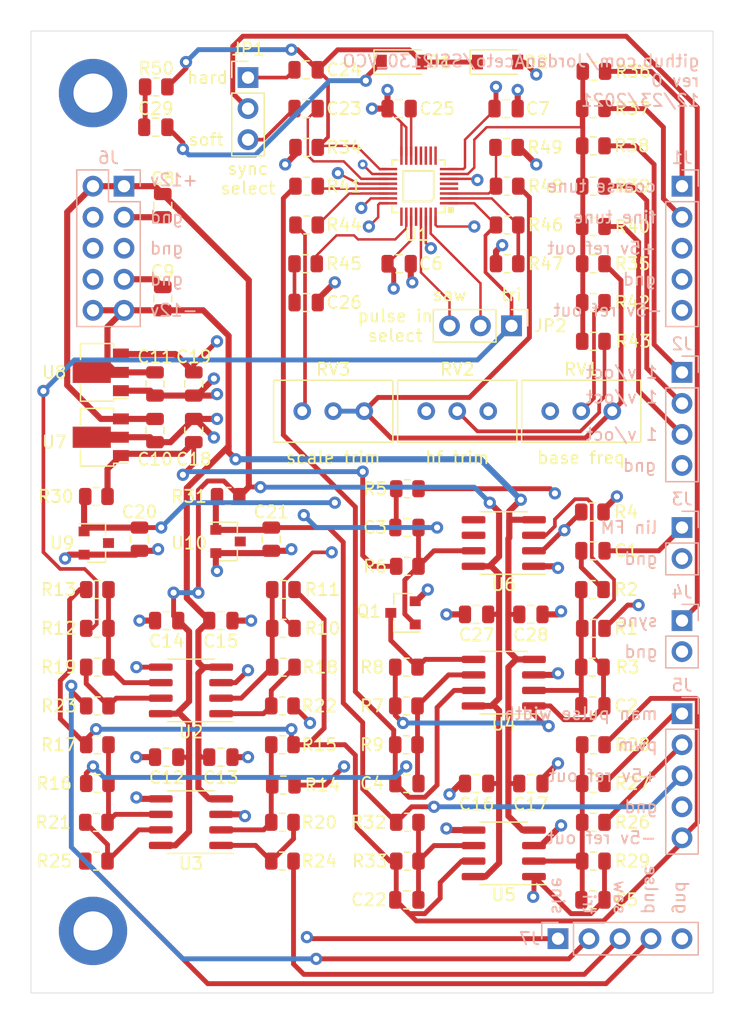
<source format=kicad_pcb>
(kicad_pcb (version 20171130) (host pcbnew 5.1.12-84ad8e8a86~92~ubuntu20.04.1)
  (title_block (title "SSI2130 VCO") (date 2021-12-23) (rev 0) (comment 1 creativecommons.org/licenses/by/4.0) (comment 2 "License: CC by 4.0") (comment 3 "Author: Jordan Aceto"))
  (layers (0 Top_layer_1 signal) (1 GND_layer_2 power) (2 In_Layer_3 signal) (31 Bottom_layer_4 signal) (34 B.Paste user) (35 F.Paste user) (36 B.SilkS user) (37 F.SilkS user) (38 B.Mask user) (39 F.Mask user) (44 Edge.Cuts user))
  (net 0 "")
  (net 1 /tzfm_conditioner/lin_fm_in)
  (net 2 "Net-(C1-Pad1)")
  (net 3 "Net-(C2-Pad2)")
  (net 4 "Net-(C2-Pad1)")
  (net 5 "Net-(C3-Pad2)")
  (net 6 /VCO_core/lin_FM_in)
  (net 7 "Net-(C4-Pad2)")
  (net 8 "Net-(C5-Pad2)")
  (net 9 /VCO_core/PWM_CV_in)
  (net 10 GND)
  (net 11 +5V)
  (net 12 -5V)
  (net 13 +12V)
  (net 14 -12V)
  (net 15 +2V5)
  (net 16 +5VA)
  (net 17 "Net-(C22-Pad2)")
  (net 18 -5VA)
  (net 19 "Net-(C23-Pad2)")
  (net 20 "Net-(C23-Pad1)")
  (net 21 "Net-(C24-Pad2)")
  (net 22 "Net-(C24-Pad1)")
  (net 23 "Net-(C25-Pad1)")
  (net 24 "Net-(C26-Pad1)")
  (net 25 /VCO_core/fine_tune_in)
  (net 26 /VCO_core/coarse_tune_in)
  (net 27 /VCO_core/v_per_oct_in_3)
  (net 28 /VCO_core/v_per_oct_in_2)
  (net 29 /VCO_core/v_per_oct_in_1)
  (net 30 /VCO_core/sync_in)
  (net 31 /PWM_CV_generator/manual_pw)
  (net 32 /PWM_CV_generator/ext_pwm_cv_in)
  (net 33 /level_shifters/final_pulse_out)
  (net 34 /level_shifters/final_saw_out)
  (net 35 /level_shifters/final_tri_out)
  (net 36 /level_shifters/final_sine_out)
  (net 37 /level_shifters/raw_saw_in)
  (net 38 "Net-(JP2-Pad2)")
  (net 39 /level_shifters/raw_tri_in)
  (net 40 "Net-(Q1-Pad3)")
  (net 41 "Net-(R4-Pad2)")
  (net 42 /level_shifters/raw_sine_in)
  (net 43 "Net-(R10-Pad1)")
  (net 44 "Net-(R12-Pad1)")
  (net 45 "Net-(R14-Pad1)")
  (net 46 /level_shifters/raw_pulse_in)
  (net 47 "Net-(R16-Pad1)")
  (net 48 "Net-(R18-Pad1)")
  (net 49 "Net-(R19-Pad1)")
  (net 50 "Net-(R20-Pad1)")
  (net 51 "Net-(R21-Pad1)")
  (net 52 "Net-(R35-Pad1)")
  (net 53 "Net-(R41-Pad1)")
  (net 54 "Net-(R42-Pad2)")
  (net 55 "Net-(R43-Pad1)")
  (net 56 "Net-(R44-Pad2)")
  (net 57 "Net-(R44-Pad1)")
  (net 58 "Net-(R45-Pad1)")
  (net 59 "Net-(R46-Pad1)")
  (net 60 "Net-(R48-Pad1)")
  (net 61 "Net-(RV2-Pad1)")
  (net 62 "Net-(U1-Pad4)")
  (net 63 "Net-(U1-Pad5)")
  (net 64 "Net-(U1-Pad10)")
  (net 65 "Net-(U1-Pad11)")
  (net 66 "Net-(U1-Pad12)")
  (net 67 "Net-(U1-Pad13)")
  (net 68 "Net-(U1-Pad28)")
  (net 69 "Net-(U1-Pad9)")
  (net 70 "Net-(U1-Pad25)")
  (net 71 "Net-(U6-Pad6)")
  (net 72 "Net-(U6-Pad5)")
  (net 73 /VCO_core/time_rev_in)
  (net 74 "Net-(C29-Pad1)")
  (module Resistor_SMD:R_0805_2012Metric (layer Top_layer_1) (at 35.6635 29.972)
    (fp_text reference R50 (at 0 -1.524) (layer F.SilkS))
    (fp_text value 10k)
    (pad 2 smd roundrect (at 0.9125 0) (size 1.025 1.4) (layers Top_layer_1 F.Paste F.Mask) (roundrect_rratio 0.243902) (net 22 "Net-(C24-Pad1)"))
    (pad 1 smd roundrect (at -0.9125 0) (size 1.025 1.4) (layers Top_layer_1 F.Paste F.Mask) (roundrect_rratio 0.243902) (net 74 "Net-(C29-Pad1)"))
  )
  (module Diode_SMD:D_SOD-123 (layer Top_layer_1) (at 63.628 27.94)
    (fp_text reference D2 (at 3.174 0) (layer F.SilkS))
    (fp_text value 1N4148W)
    (pad 2 smd rect (at 1.65 0) (size 0.9 1.2) (layers Top_layer_1 F.Paste F.Mask) (net 10 GND))
    (pad 1 smd rect (at -1.65 0) (size 0.9 1.2) (layers Top_layer_1 F.Paste F.Mask) (net 22 "Net-(C24-Pad1)"))
  )
  (module Diode_SMD:D_SOD-123 (layer Top_layer_1) (at 55.754 27.94)
    (fp_text reference D1 (at 3.174 0) (layer F.SilkS))
    (fp_text value 1N4148W)
    (pad 2 smd rect (at 1.65 0) (size 0.9 1.2) (layers Top_layer_1 F.Paste F.Mask) (net 22 "Net-(C24-Pad1)"))
    (pad 1 smd rect (at -1.65 0) (size 0.9 1.2) (layers Top_layer_1 F.Paste F.Mask) (net 11 +5V))
  )
  (module Capacitor_SMD:C_0805_2012Metric (layer Top_layer_1) (at 35.626 33.274)
    (fp_text reference C29 (at 0 -1.524) (layer F.SilkS))
    (fp_text value 10u)
    (pad 2 smd roundrect (at 0.95 0) (size 1 1.45) (layers Top_layer_1 F.Paste F.Mask) (net 11 +5V))
    (pad 1 smd roundrect (at -0.95 0) (size 1 1.45) (layers Top_layer_1 F.Paste F.Mask) (net 74 "Net-(C29-Pad1)"))
  )
  (module custom_footprints:PQN32_HandSoldering (layer Top_layer_1) (at 57.15 38.1 180)
    (fp_text reference U1 (at 0.15 -3.95) (layer F.SilkS))
    (fp_text value SSI2130)
    (pad 2 smd rect (at -2.5 -1 180) (size 1.5 0.2) (layers Top_layer_1 F.Paste F.Mask) (net 59 "Net-(R46-Pad1)"))
    (pad 3 smd rect (at -2.5 -0.6 180) (size 1.5 0.2) (layers Top_layer_1 F.Paste F.Mask) (net 60 "Net-(R48-Pad1)"))
    (pad 4 smd rect (at -2.5 -0.2 180) (size 1.5 0.2) (layers Top_layer_1 F.Paste F.Mask) (net 62 "Net-(U1-Pad4)"))
    (pad 5 smd rect (at -2.5 0.2 180) (size 1.5 0.2) (layers Top_layer_1 F.Paste F.Mask) (net 63 "Net-(U1-Pad5)"))
    (pad 6 smd rect (at -2.5 0.6 180) (size 1.5 0.2) (layers Top_layer_1 F.Paste F.Mask) (net 61 "Net-(RV2-Pad1)"))
    (pad 7 smd rect (at -2.5 1 180) (size 1.5 0.2) (layers Top_layer_1 F.Paste F.Mask) (net 52 "Net-(R35-Pad1)"))
    (pad 10 smd rect (at -1 2.5 270) (size 1.5 0.2) (layers Top_layer_1 F.Paste F.Mask) (net 64 "Net-(U1-Pad10)"))
    (pad 11 smd rect (at -0.6 2.5 270) (size 1.5 0.2) (layers Top_layer_1 F.Paste F.Mask) (net 65 "Net-(U1-Pad11)"))
    (pad 15 smd rect (at 1 2.5 270) (size 1.5 0.2) (layers Top_layer_1 F.Paste F.Mask) (net 10 GND))
    (pad 12 smd rect (at -0.2 2.5 270) (size 1.5 0.2) (layers Top_layer_1 F.Paste F.Mask) (net 66 "Net-(U1-Pad12)"))
    (pad 14 smd rect (at 0.6 2.5 270) (size 1.5 0.2) (layers Top_layer_1 F.Paste F.Mask) (net 23 "Net-(C25-Pad1)"))
    (pad 13 smd rect (at 0.2 2.5 270) (size 1.5 0.2) (layers Top_layer_1 F.Paste F.Mask) (net 67 "Net-(U1-Pad13)"))
    (pad 18 smd rect (at 2.5 1) (size 1.5 0.2) (layers Top_layer_1 F.Paste F.Mask) (net 73 /VCO_core/time_rev_in))
    (pad 22 smd rect (at 2.5 -0.6) (size 1.5 0.2) (layers Top_layer_1 F.Paste F.Mask) (net 56 "Net-(R44-Pad2)"))
    (pad 19 smd rect (at 2.5 0.6) (size 1.5 0.2) (layers Top_layer_1 F.Paste F.Mask) (net 20 "Net-(C23-Pad1)"))
    (pad 23 smd rect (at 2.5 -1) (size 1.5 0.2) (layers Top_layer_1 F.Paste F.Mask) (net 15 +2V5))
    (pad 20 smd rect (at 2.5 0.2) (size 1.5 0.2) (layers Top_layer_1 F.Paste F.Mask) (net 10 GND))
    (pad 21 smd rect (at 2.5 -0.2) (size 1.5 0.2) (layers Top_layer_1 F.Paste F.Mask) (net 53 "Net-(R41-Pad1)"))
    (pad 28 smd rect (at 0.2 -2.5 90) (size 1.5 0.2) (layers Top_layer_1 F.Paste F.Mask) (net 68 "Net-(U1-Pad28)"))
    (pad 29 smd rect (at -0.2 -2.5 90) (size 1.5 0.2) (layers Top_layer_1 F.Paste F.Mask) (net 37 /level_shifters/raw_saw_in))
    (pad 31 smd rect (at -1 -2.5 90) (size 1.5 0.2) (layers Top_layer_1 F.Paste F.Mask) (net 38 "Net-(JP2-Pad2)"))
    (pad 26 smd rect (at 1 -2.5 90) (size 1.5 0.2) (layers Top_layer_1 F.Paste F.Mask) (net 58 "Net-(R45-Pad1)"))
    (pad 27 smd rect (at 0.6 -2.5 90) (size 1.5 0.2) (layers Top_layer_1 F.Paste F.Mask) (net 11 +5V))
    (pad 30 smd rect (at -0.6 -2.5 90) (size 1.5 0.2) (layers Top_layer_1 F.Paste F.Mask) (net 46 /level_shifters/raw_pulse_in))
    (pad 1 smd rect (at -2.5 -1.4 180) (size 1.5 0.2) (layers Top_layer_1 F.Paste F.Mask) (net 39 /level_shifters/raw_tri_in))
    (pad 8 smd rect (at -2.5 1.4 180) (size 1.5 0.2) (layers Top_layer_1 F.Paste F.Mask) (net 12 -5V))
    (pad 9 smd rect (at -1.4 2.5 270) (size 1.5 0.2) (layers Top_layer_1 F.Paste F.Mask) (net 69 "Net-(U1-Pad9)"))
    (pad 16 smd rect (at 1.4 2.5 270) (size 1.5 0.2) (layers Top_layer_1 F.Paste F.Mask) (net 10 GND))
    (pad 17 smd rect (at 2.5 1.4) (size 1.5 0.2) (layers Top_layer_1 F.Paste F.Mask) (net 22 "Net-(C24-Pad1)"))
    (pad 24 smd rect (at 2.5 -1.4) (size 1.5 0.2) (layers Top_layer_1 F.Paste F.Mask) (net 42 /level_shifters/raw_sine_in))
    (pad 25 smd rect (at 1.4 -2.5 90) (size 1.5 0.2) (layers Top_layer_1 F.Paste F.Mask) (net 70 "Net-(U1-Pad25)"))
    (pad 32 smd rect (at -1.4 -2.5 90) (size 1.5 0.2) (layers Top_layer_1 F.Paste F.Mask) (net 9 /VCO_core/PWM_CV_in))
  )
  (module Package_TO_SOT_SMD:SOT-23 (layer Top_layer_1) (at 41.545 67.183)
    (fp_text reference U10 (at -3.191 0.127) (layer F.SilkS))
    (fp_text value LM4040DBZ-5)
    (pad 3 smd rect (at 1 0) (size 0.9 0.8) (layers Top_layer_1 F.Paste F.Mask))
    (pad 2 smd rect (at -1 0.95) (size 0.9 0.8) (layers Top_layer_1 F.Paste F.Mask) (net 10 GND))
    (pad 1 smd rect (at -1 -0.95) (size 0.9 0.8) (layers Top_layer_1 F.Paste F.Mask) (net 16 +5VA))
  )
  (module Package_TO_SOT_SMD:SOT-23 (layer Top_layer_1) (at 30.75 67.31)
    (fp_text reference U9 (at -2.81 0) (layer F.SilkS))
    (fp_text value LM4040C-2.5)
    (pad 3 smd rect (at 1 0) (size 0.9 0.8) (layers Top_layer_1 F.Paste F.Mask))
    (pad 2 smd rect (at -1 0.95) (size 0.9 0.8) (layers Top_layer_1 F.Paste F.Mask) (net 10 GND))
    (pad 1 smd rect (at -1 -0.95) (size 0.9 0.8) (layers Top_layer_1 F.Paste F.Mask) (net 15 +2V5))
  )
  (module Package_TO_SOT_SMD:SOT-89-3 (layer Top_layer_1) (at 31.115 53.34 180)
    (fp_text reference U8 (at 3.81 0) (layer F.SilkS))
    (fp_text value L79L05_SOT89)
    (pad 2 smd custom (at -1.5625 0 180) (size 1.475 0.9) (layers Top_layer_1 F.Paste F.Mask) (net 14 -12V) (options (clearance outline) (anchor rect)) (primitives (gr_poly (pts (xy 0.7375 -0.8665) (xy 3.8625 -0.8665) (xy 3.8625 0.8665) (xy 0.7375 0.8665)) (width 0))))
    (pad 3 smd rect (at -1.65 1.5 180) (size 1.3 0.9) (layers Top_layer_1 F.Paste F.Mask) (net 12 -5V))
    (pad 1 smd rect (at -1.65 -1.5 180) (size 1.3 0.9) (layers Top_layer_1 F.Paste F.Mask) (net 10 GND))
  )
  (module Package_TO_SOT_SMD:SOT-89-3 (layer Top_layer_1) (at 31.115 58.65 180)
    (fp_text reference U7 (at 3.81 -0.405) (layer F.SilkS))
    (fp_text value L78L05_SOT89)
    (pad 2 smd custom (at -1.5625 0 180) (size 1.475 0.9) (layers Top_layer_1 F.Paste F.Mask) (net 10 GND) (options (clearance outline) (anchor rect)) (primitives (gr_poly (pts (xy 0.7375 -0.8665) (xy 3.8625 -0.8665) (xy 3.8625 0.8665) (xy 0.7375 0.8665)) (width 0))))
    (pad 3 smd rect (at -1.65 1.5 180) (size 1.3 0.9) (layers Top_layer_1 F.Paste F.Mask) (net 13 +12V))
    (pad 1 smd rect (at -1.65 -1.5 180) (size 1.3 0.9) (layers Top_layer_1 F.Paste F.Mask) (net 11 +5V))
  )
  (module Package_SO:SOIC-8_3.9x4.9mm_P1.27mm (layer Top_layer_1) (at 64.135 67.31 180)
    (fp_text reference U6 (at 0 -3.4) (layer F.SilkS))
    (fp_text value LM311)
    (pad 8 smd roundrect (at 2.475 -1.905 180) (size 1.95 0.6) (layers Top_layer_1 F.Paste F.Mask) (net 13 +12V))
    (pad 7 smd roundrect (at 2.475 -0.635 180) (size 1.95 0.6) (layers Top_layer_1 F.Paste F.Mask) (net 73 /VCO_core/time_rev_in))
    (pad 6 smd roundrect (at 2.475 0.635 180) (size 1.95 0.6) (layers Top_layer_1 F.Paste F.Mask) (net 71 "Net-(U6-Pad6)"))
    (pad 5 smd roundrect (at 2.475 1.905 180) (size 1.95 0.6) (layers Top_layer_1 F.Paste F.Mask) (net 72 "Net-(U6-Pad5)"))
    (pad 4 smd roundrect (at -2.475 1.905 180) (size 1.95 0.6) (layers Top_layer_1 F.Paste F.Mask) (net 14 -12V))
    (pad 3 smd roundrect (at -2.475 0.635 180) (size 1.95 0.6) (layers Top_layer_1 F.Paste F.Mask) (net 4 "Net-(C2-Pad1)"))
    (pad 2 smd roundrect (at -2.475 -0.635 180) (size 1.95 0.6) (layers Top_layer_1 F.Paste F.Mask) (net 41 "Net-(R4-Pad2)"))
    (pad 1 smd roundrect (at -2.475 -1.905 180) (size 1.95 0.6) (layers Top_layer_1 F.Paste F.Mask) (net 10 GND))
  )
  (module Package_SO:SOIC-8_3.9x4.9mm_P1.27mm (layer Top_layer_1) (at 64.135 92.71 180)
    (fp_text reference U5 (at 0 -3.4) (layer F.SilkS))
    (fp_text value TL072)
    (pad 8 smd roundrect (at 2.475 -1.905 180) (size 1.95 0.6) (layers Top_layer_1 F.Paste F.Mask) (net 13 +12V))
    (pad 7 smd roundrect (at 2.475 -0.635 180) (size 1.95 0.6) (layers Top_layer_1 F.Paste F.Mask) (net 18 -5VA))
    (pad 6 smd roundrect (at 2.475 0.635 180) (size 1.95 0.6) (layers Top_layer_1 F.Paste F.Mask) (net 17 "Net-(C22-Pad2)"))
    (pad 5 smd roundrect (at 2.475 1.905 180) (size 1.95 0.6) (layers Top_layer_1 F.Paste F.Mask) (net 10 GND))
    (pad 4 smd roundrect (at -2.475 1.905 180) (size 1.95 0.6) (layers Top_layer_1 F.Paste F.Mask) (net 14 -12V))
    (pad 3 smd roundrect (at -2.475 0.635 180) (size 1.95 0.6) (layers Top_layer_1 F.Paste F.Mask) (net 10 GND))
    (pad 2 smd roundrect (at -2.475 -0.635 180) (size 1.95 0.6) (layers Top_layer_1 F.Paste F.Mask) (net 8 "Net-(C5-Pad2)"))
    (pad 1 smd roundrect (at -2.475 -1.905 180) (size 1.95 0.6) (layers Top_layer_1 F.Paste F.Mask) (net 9 /VCO_core/PWM_CV_in))
  )
  (module Package_SO:SOIC-8_3.9x4.9mm_P1.27mm (layer Top_layer_1) (at 64.135 78.74 180)
    (fp_text reference U4 (at 0 -3.4) (layer F.SilkS))
    (fp_text value TL072)
    (pad 8 smd roundrect (at 2.475 -1.905 180) (size 1.95 0.6) (layers Top_layer_1 F.Paste F.Mask) (net 13 +12V))
    (pad 7 smd roundrect (at 2.475 -0.635 180) (size 1.95 0.6) (layers Top_layer_1 F.Paste F.Mask) (net 6 /VCO_core/lin_FM_in))
    (pad 6 smd roundrect (at 2.475 0.635 180) (size 1.95 0.6) (layers Top_layer_1 F.Paste F.Mask) (net 7 "Net-(C4-Pad2)"))
    (pad 5 smd roundrect (at 2.475 1.905 180) (size 1.95 0.6) (layers Top_layer_1 F.Paste F.Mask) (net 40 "Net-(Q1-Pad3)"))
    (pad 4 smd roundrect (at -2.475 1.905 180) (size 1.95 0.6) (layers Top_layer_1 F.Paste F.Mask) (net 14 -12V))
    (pad 3 smd roundrect (at -2.475 0.635 180) (size 1.95 0.6) (layers Top_layer_1 F.Paste F.Mask) (net 10 GND))
    (pad 2 smd roundrect (at -2.475 -0.635 180) (size 1.95 0.6) (layers Top_layer_1 F.Paste F.Mask) (net 3 "Net-(C2-Pad2)"))
    (pad 1 smd roundrect (at -2.475 -1.905 180) (size 1.95 0.6) (layers Top_layer_1 F.Paste F.Mask) (net 4 "Net-(C2-Pad1)"))
  )
  (module Package_SO:SOIC-8_3.9x4.9mm_P1.27mm (layer Top_layer_1) (at 38.507 90.155 180)
    (fp_text reference U3 (at 0 -3.4) (layer F.SilkS))
    (fp_text value TL072)
    (pad 8 smd roundrect (at 2.475 -1.905 180) (size 1.95 0.6) (layers Top_layer_1 F.Paste F.Mask) (net 13 +12V))
    (pad 7 smd roundrect (at 2.475 -0.635 180) (size 1.95 0.6) (layers Top_layer_1 F.Paste F.Mask) (net 51 "Net-(R21-Pad1)"))
    (pad 6 smd roundrect (at 2.475 0.635 180) (size 1.95 0.6) (layers Top_layer_1 F.Paste F.Mask) (net 47 "Net-(R16-Pad1)"))
    (pad 5 smd roundrect (at 2.475 1.905 180) (size 1.95 0.6) (layers Top_layer_1 F.Paste F.Mask) (net 10 GND))
    (pad 4 smd roundrect (at -2.475 1.905 180) (size 1.95 0.6) (layers Top_layer_1 F.Paste F.Mask) (net 14 -12V))
    (pad 3 smd roundrect (at -2.475 0.635 180) (size 1.95 0.6) (layers Top_layer_1 F.Paste F.Mask) (net 10 GND))
    (pad 2 smd roundrect (at -2.475 -0.635 180) (size 1.95 0.6) (layers Top_layer_1 F.Paste F.Mask) (net 45 "Net-(R14-Pad1)"))
    (pad 1 smd roundrect (at -2.475 -1.905 180) (size 1.95 0.6) (layers Top_layer_1 F.Paste F.Mask) (net 50 "Net-(R20-Pad1)"))
  )
  (module Package_SO:SOIC-8_3.9x4.9mm_P1.27mm (layer Top_layer_1) (at 38.507 79.375 180)
    (fp_text reference U2 (at 0 -3.4) (layer F.SilkS))
    (fp_text value TL072)
    (pad 8 smd roundrect (at 2.475 -1.905 180) (size 1.95 0.6) (layers Top_layer_1 F.Paste F.Mask) (net 13 +12V))
    (pad 7 smd roundrect (at 2.475 -0.635 180) (size 1.95 0.6) (layers Top_layer_1 F.Paste F.Mask) (net 49 "Net-(R19-Pad1)"))
    (pad 6 smd roundrect (at 2.475 0.635 180) (size 1.95 0.6) (layers Top_layer_1 F.Paste F.Mask) (net 44 "Net-(R12-Pad1)"))
    (pad 5 smd roundrect (at 2.475 1.905 180) (size 1.95 0.6) (layers Top_layer_1 F.Paste F.Mask) (net 10 GND))
    (pad 4 smd roundrect (at -2.475 1.905 180) (size 1.95 0.6) (layers Top_layer_1 F.Paste F.Mask) (net 14 -12V))
    (pad 3 smd roundrect (at -2.475 0.635 180) (size 1.95 0.6) (layers Top_layer_1 F.Paste F.Mask) (net 10 GND))
    (pad 2 smd roundrect (at -2.475 -0.635 180) (size 1.95 0.6) (layers Top_layer_1 F.Paste F.Mask) (net 43 "Net-(R10-Pad1)"))
    (pad 1 smd roundrect (at -2.475 -1.905 180) (size 1.95 0.6) (layers Top_layer_1 F.Paste F.Mask) (net 48 "Net-(R18-Pad1)"))
  )
  (module Potentiometer_THT:Potentiometer_Bourns_3296W_Vertical (layer Top_layer_1) (at 52.705 56.515)
    (fp_text reference RV3 (at -2.54 -3.429) (layer F.SilkS))
    (fp_text value 5k)
    (pad 3 thru_hole circle (at -5.08 0) (size 1.44 1.44) (drill 0.8) (layers *.Cu *.Mask) (net 57 "Net-(R44-Pad1)"))
    (pad 2 thru_hole circle (at -2.54 0) (size 1.44 1.44) (drill 0.8) (layers *.Cu *.Mask) (net 15 +2V5))
    (pad 1 thru_hole circle (at 0 0) (size 1.44 1.44) (drill 0.8) (layers *.Cu *.Mask) (net 15 +2V5))
  )
  (module Potentiometer_THT:Potentiometer_Bourns_3296W_Vertical (layer Top_layer_1) (at 62.865 56.515)
    (fp_text reference RV2 (at -2.54 -3.429) (layer F.SilkS))
    (fp_text value 5k)
    (pad 3 thru_hole circle (at -5.08 0) (size 1.44 1.44) (drill 0.8) (layers *.Cu *.Mask) (net 10 GND))
    (pad 2 thru_hole circle (at -2.54 0) (size 1.44 1.44) (drill 0.8) (layers *.Cu *.Mask) (net 55 "Net-(R43-Pad1)"))
    (pad 1 thru_hole circle (at 0 0) (size 1.44 1.44) (drill 0.8) (layers *.Cu *.Mask) (net 61 "Net-(RV2-Pad1)"))
  )
  (module Potentiometer_THT:Potentiometer_Bourns_3296W_Vertical (layer Top_layer_1) (at 73.025 56.515)
    (fp_text reference RV1 (at -2.54 -3.429) (layer F.SilkS))
    (fp_text value 5k)
    (pad 3 thru_hole circle (at -5.08 0) (size 1.44 1.44) (drill 0.8) (layers *.Cu *.Mask) (net 10 GND))
    (pad 2 thru_hole circle (at -2.54 0) (size 1.44 1.44) (drill 0.8) (layers *.Cu *.Mask) (net 54 "Net-(R42-Pad2)"))
    (pad 1 thru_hole circle (at 0 0) (size 1.44 1.44) (drill 0.8) (layers *.Cu *.Mask) (net 15 +2V5))
  )
  (module Resistor_SMD:R_0805_2012Metric (layer Top_layer_1) (at 64.3655 34.925 180)
    (fp_text reference R49 (at -3.1515 0) (layer F.SilkS))
    (fp_text value 4k7)
    (pad 2 smd roundrect (at 0.9125 0 180) (size 1.025 1.4) (layers Top_layer_1 F.Paste F.Mask) (roundrect_rratio 0.2439014634146341) (net 60 "Net-(R48-Pad1)"))
    (pad 1 smd roundrect (at -0.9125 0 180) (size 1.025 1.4) (layers Top_layer_1 F.Paste F.Mask) (roundrect_rratio 0.2439014634146341) (net 10 GND))
  )
  (module Resistor_SMD:R_0805_2012Metric (layer Top_layer_1) (at 64.4125 38.1)
    (fp_text reference R48 (at 3.1515 0) (layer F.SilkS))
    (fp_text value 12k)
    (pad 2 smd roundrect (at 0.9125 0) (size 1.025 1.4) (layers Top_layer_1 F.Paste F.Mask) (roundrect_rratio 0.2439014634146341) (net 15 +2V5))
    (pad 1 smd roundrect (at -0.9125 0) (size 1.025 1.4) (layers Top_layer_1 F.Paste F.Mask) (roundrect_rratio 0.2439014634146341) (net 60 "Net-(R48-Pad1)"))
  )
  (module Resistor_SMD:R_0805_2012Metric (layer Top_layer_1) (at 64.4125 44.45)
    (fp_text reference R47 (at 3.1515 0) (layer F.SilkS))
    (fp_text value 4k7)
    (pad 2 smd roundrect (at 0.9125 0) (size 1.025 1.4) (layers Top_layer_1 F.Paste F.Mask) (roundrect_rratio 0.2439014634146341) (net 59 "Net-(R46-Pad1)"))
    (pad 1 smd roundrect (at -0.9125 0) (size 1.025 1.4) (layers Top_layer_1 F.Paste F.Mask) (roundrect_rratio 0.2439014634146341) (net 10 GND))
  )
  (module Resistor_SMD:R_0805_2012Metric (layer Top_layer_1) (at 64.4125 41.275 180)
    (fp_text reference R46 (at -3.1515 0) (layer F.SilkS))
    (fp_text value 3k9)
    (pad 2 smd roundrect (at 0.9125 0 180) (size 1.025 1.4) (layers Top_layer_1 F.Paste F.Mask) (roundrect_rratio 0.2439014634146341) (net 39 /level_shifters/raw_tri_in))
    (pad 1 smd roundrect (at -0.9125 0 180) (size 1.025 1.4) (layers Top_layer_1 F.Paste F.Mask) (roundrect_rratio 0.2439014634146341) (net 59 "Net-(R46-Pad1)"))
  )
  (module Resistor_SMD:R_0805_2012Metric (layer Top_layer_1) (at 47.9025 44.45 180)
    (fp_text reference R45 (at -3.1515 0) (layer F.SilkS))
    (fp_text value 270R)
    (pad 2 smd roundrect (at 0.9125 0 180) (size 1.025 1.4) (layers Top_layer_1 F.Paste F.Mask) (roundrect_rratio 0.2439014634146341) (net 24 "Net-(C26-Pad1)"))
    (pad 1 smd roundrect (at -0.9125 0 180) (size 1.025 1.4) (layers Top_layer_1 F.Paste F.Mask) (roundrect_rratio 0.2439014634146341) (net 58 "Net-(R45-Pad1)"))
  )
  (module Resistor_SMD:R_0805_2012Metric (layer Top_layer_1) (at 47.9825 41.275)
    (fp_text reference R44 (at 3.0715 0) (layer F.SilkS))
    (fp_text value 47k)
    (pad 2 smd roundrect (at 0.9125 0) (size 1.025 1.4) (layers Top_layer_1 F.Paste F.Mask) (roundrect_rratio 0.2439014634146341) (net 56 "Net-(R44-Pad2)"))
    (pad 1 smd roundrect (at -0.9125 0) (size 1.025 1.4) (layers Top_layer_1 F.Paste F.Mask) (roundrect_rratio 0.2439014634146341) (net 57 "Net-(R44-Pad1)"))
  )
  (module Resistor_SMD:R_0805_2012Metric (layer Top_layer_1) (at 71.4775 50.8 180)
    (fp_text reference R43 (at -3.2785 0) (layer F.SilkS))
    (fp_text value 270k)
    (pad 2 smd roundrect (at 0.9125 0 180) (size 1.025 1.4) (layers Top_layer_1 F.Paste F.Mask) (roundrect_rratio 0.2439014634146341) (net 52 "Net-(R35-Pad1)"))
    (pad 1 smd roundrect (at -0.9125 0 180) (size 1.025 1.4) (layers Top_layer_1 F.Paste F.Mask) (roundrect_rratio 0.2439014634146341) (net 55 "Net-(R43-Pad1)"))
  )
  (module Resistor_SMD:R_0805_2012Metric (layer Top_layer_1) (at 71.4775 47.625)
    (fp_text reference R42 (at 3.1985 0) (layer F.SilkS))
    (fp_text value 10k)
    (pad 2 smd roundrect (at 0.9125 0) (size 1.025 1.4) (layers Top_layer_1 F.Paste F.Mask) (roundrect_rratio 0.2439014634146341) (net 54 "Net-(R42-Pad2)"))
    (pad 1 smd roundrect (at -0.9125 0) (size 1.025 1.4) (layers Top_layer_1 F.Paste F.Mask) (roundrect_rratio 0.2439014634146341) (net 52 "Net-(R35-Pad1)"))
  )
  (module Resistor_SMD:R_0805_2012Metric (layer Top_layer_1) (at 47.9825 38.1 180)
    (fp_text reference R41 (at -3.0715 0) (layer F.SilkS))
    (fp_text value 470k)
    (pad 2 smd roundrect (at 0.9125 0 180) (size 1.025 1.4) (layers Top_layer_1 F.Paste F.Mask) (roundrect_rratio 0.2439014634146341) (net 6 /VCO_core/lin_FM_in))
    (pad 1 smd roundrect (at -0.9125 0 180) (size 1.025 1.4) (layers Top_layer_1 F.Paste F.Mask) (roundrect_rratio 0.2439014634146341) (net 53 "Net-(R41-Pad1)"))
  )
  (module Resistor_SMD:R_0805_2012Metric (layer Top_layer_1) (at 71.4775 41.402)
    (fp_text reference R40 (at 3.1985 0) (layer F.SilkS))
    (fp_text value "100k 0.5%")
    (pad 2 smd roundrect (at 0.9125 0) (size 1.025 1.4) (layers Top_layer_1 F.Paste F.Mask) (roundrect_rratio 0.2439014634146341) (net 27 /VCO_core/v_per_oct_in_3))
    (pad 1 smd roundrect (at -0.9125 0) (size 1.025 1.4) (layers Top_layer_1 F.Paste F.Mask) (roundrect_rratio 0.2439014634146341) (net 52 "Net-(R35-Pad1)"))
  )
  (module Resistor_SMD:R_0805_2012Metric (layer Top_layer_1) (at 71.4775 38.1)
    (fp_text reference R39 (at 3.1985 0) (layer F.SilkS))
    (fp_text value "100k 0.5%")
    (pad 2 smd roundrect (at 0.9125 0) (size 1.025 1.4) (layers Top_layer_1 F.Paste F.Mask) (roundrect_rratio 0.2439014634146341) (net 28 /VCO_core/v_per_oct_in_2))
    (pad 1 smd roundrect (at -0.9125 0) (size 1.025 1.4) (layers Top_layer_1 F.Paste F.Mask) (roundrect_rratio 0.2439014634146341) (net 52 "Net-(R35-Pad1)"))
  )
  (module Resistor_SMD:R_0805_2012Metric (layer Top_layer_1) (at 71.4775 34.798)
    (fp_text reference R38 (at 3.1515 0) (layer F.SilkS))
    (fp_text value "100k 0.5%")
    (pad 2 smd roundrect (at 0.9125 0) (size 1.025 1.4) (layers Top_layer_1 F.Paste F.Mask) (roundrect_rratio 0.2439014634146341) (net 29 /VCO_core/v_per_oct_in_1))
    (pad 1 smd roundrect (at -0.9125 0) (size 1.025 1.4) (layers Top_layer_1 F.Paste F.Mask) (roundrect_rratio 0.2439014634146341) (net 52 "Net-(R35-Pad1)"))
  )
  (module Resistor_SMD:R_0805_2012Metric (layer Top_layer_1) (at 71.4775 31.75)
    (fp_text reference R37 (at 3.1985 0) (layer F.SilkS))
    (fp_text value 1M)
    (pad 2 smd roundrect (at 0.9125 0) (size 1.025 1.4) (layers Top_layer_1 F.Paste F.Mask) (roundrect_rratio 0.2439014634146341) (net 25 /VCO_core/fine_tune_in))
    (pad 1 smd roundrect (at -0.9125 0) (size 1.025 1.4) (layers Top_layer_1 F.Paste F.Mask) (roundrect_rratio 0.2439014634146341) (net 52 "Net-(R35-Pad1)"))
  )
  (module Resistor_SMD:R_0805_2012Metric (layer Top_layer_1) (at 71.5245 28.702)
    (fp_text reference R36 (at 3.1985 0) (layer F.SilkS))
    (fp_text value 100k)
    (pad 2 smd roundrect (at 0.9125 0) (size 1.025 1.4) (layers Top_layer_1 F.Paste F.Mask) (roundrect_rratio 0.2439014634146341) (net 26 /VCO_core/coarse_tune_in))
    (pad 1 smd roundrect (at -0.9125 0) (size 1.025 1.4) (layers Top_layer_1 F.Paste F.Mask) (roundrect_rratio 0.2439014634146341) (net 52 "Net-(R35-Pad1)"))
  )
  (module Resistor_SMD:R_0805_2012Metric (layer Top_layer_1) (at 71.4775 44.45)
    (fp_text reference R35 (at 3.1985 0) (layer F.SilkS))
    (fp_text value 100k)
    (pad 2 smd roundrect (at 0.9125 0) (size 1.025 1.4) (layers Top_layer_1 F.Paste F.Mask) (roundrect_rratio 0.2439014634146341) (net 15 +2V5))
    (pad 1 smd roundrect (at -0.9125 0) (size 1.025 1.4) (layers Top_layer_1 F.Paste F.Mask) (roundrect_rratio 0.2439014634146341) (net 52 "Net-(R35-Pad1)"))
  )
  (module Resistor_SMD:R_0805_2012Metric (layer Top_layer_1) (at 47.9825 34.925 180)
    (fp_text reference R34 (at -3.0715 0) (layer F.SilkS))
    (fp_text value 10k)
    (pad 2 smd roundrect (at 0.9125 0 180) (size 1.025 1.4) (layers Top_layer_1 F.Paste F.Mask) (roundrect_rratio 0.2439014634146341) (net 10 GND))
    (pad 1 smd roundrect (at -0.9125 0 180) (size 1.025 1.4) (layers Top_layer_1 F.Paste F.Mask) (roundrect_rratio 0.2439014634146341) (net 22 "Net-(C24-Pad1)"))
  )
  (module Resistor_SMD:R_0805_2012Metric (layer Top_layer_1) (at 56.2375 93.345)
    (fp_text reference R33 (at -3.0715 0) (layer F.SilkS))
    (fp_text value 10k)
    (pad 2 smd roundrect (at 0.9125 0) (size 1.025 1.4) (layers Top_layer_1 F.Paste F.Mask) (roundrect_rratio 0.2439014634146341) (net 17 "Net-(C22-Pad2)"))
    (pad 1 smd roundrect (at -0.9125 0) (size 1.025 1.4) (layers Top_layer_1 F.Paste F.Mask) (roundrect_rratio 0.2439014634146341) (net 18 -5VA))
  )
  (module Resistor_SMD:R_0805_2012Metric (layer Top_layer_1) (at 56.2375 90.17 180)
    (fp_text reference R32 (at 3.175 0) (layer F.SilkS))
    (fp_text value 10k)
    (pad 2 smd roundrect (at 0.9125 0 180) (size 1.025 1.4) (layers Top_layer_1 F.Paste F.Mask) (roundrect_rratio 0.2439014634146341) (net 16 +5VA))
    (pad 1 smd roundrect (at -0.9125 0 180) (size 1.025 1.4) (layers Top_layer_1 F.Paste F.Mask) (roundrect_rratio 0.2439014634146341) (net 17 "Net-(C22-Pad2)"))
  )
  (module Resistor_SMD:R_0805_2012Metric (layer Top_layer_1) (at 41.5525 63.5 180)
    (fp_text reference R31 (at 3.1985 0) (layer F.SilkS))
    (fp_text value 4k7)
    (pad 2 smd roundrect (at 0.9125 0 180) (size 1.025 1.4) (layers Top_layer_1 F.Paste F.Mask) (roundrect_rratio 0.2439014634146341) (net 16 +5VA))
    (pad 1 smd roundrect (at -0.9125 0 180) (size 1.025 1.4) (layers Top_layer_1 F.Paste F.Mask) (roundrect_rratio 0.2439014634146341) (net 13 +12V))
  )
  (module Resistor_SMD:R_0805_2012Metric (layer Top_layer_1) (at 30.7575 63.5 180)
    (fp_text reference R30 (at 3.3255 0) (layer F.SilkS))
    (fp_text value 1k8)
    (pad 2 smd roundrect (at 0.9125 0 180) (size 1.025 1.4) (layers Top_layer_1 F.Paste F.Mask) (roundrect_rratio 0.2439014634146341) (net 15 +2V5))
    (pad 1 smd roundrect (at -0.9125 0 180) (size 1.025 1.4) (layers Top_layer_1 F.Paste F.Mask) (roundrect_rratio 0.2439014634146341) (net 11 +5V))
  )
  (module Resistor_SMD:R_0805_2012Metric (layer Top_layer_1) (at 71.4775 93.345 180)
    (fp_text reference R29 (at -3.1985 0) (layer F.SilkS))
    (fp_text value 51k)
    (pad 2 smd roundrect (at 0.9125 0 180) (size 1.025 1.4) (layers Top_layer_1 F.Paste F.Mask) (roundrect_rratio 0.2439014634146341) (net 8 "Net-(C5-Pad2)"))
    (pad 1 smd roundrect (at -0.9125 0 180) (size 1.025 1.4) (layers Top_layer_1 F.Paste F.Mask) (roundrect_rratio 0.2439014634146341) (net 9 /VCO_core/PWM_CV_in))
  )
  (module Resistor_SMD:R_0805_2012Metric (layer Top_layer_1) (at 71.4775 83.82)
    (fp_text reference R28 (at 3.1985 0) (layer F.SilkS))
    (fp_text value 200k)
    (pad 2 smd roundrect (at 0.9125 0) (size 1.025 1.4) (layers Top_layer_1 F.Paste F.Mask) (roundrect_rratio 0.2439014634146341) (net 18 -5VA))
    (pad 1 smd roundrect (at -0.9125 0) (size 1.025 1.4) (layers Top_layer_1 F.Paste F.Mask) (roundrect_rratio 0.2439014634146341) (net 8 "Net-(C5-Pad2)"))
  )
  (module Resistor_SMD:R_0805_2012Metric (layer Top_layer_1) (at 71.4775 86.995)
    (fp_text reference R27 (at 3.1985 0) (layer F.SilkS))
    (fp_text value 220k)
    (pad 2 smd roundrect (at 0.9125 0) (size 1.025 1.4) (layers Top_layer_1 F.Paste F.Mask) (roundrect_rratio 0.2439014634146341) (net 31 /PWM_CV_generator/manual_pw))
    (pad 1 smd roundrect (at -0.9125 0) (size 1.025 1.4) (layers Top_layer_1 F.Paste F.Mask) (roundrect_rratio 0.2439014634146341) (net 8 "Net-(C5-Pad2)"))
  )
  (module Resistor_SMD:R_0805_2012Metric (layer Top_layer_1) (at 71.4775 90.17)
    (fp_text reference R26 (at 3.1985 0) (layer F.SilkS))
    (fp_text value 220k)
    (pad 2 smd roundrect (at 0.9125 0) (size 1.025 1.4) (layers Top_layer_1 F.Paste F.Mask) (roundrect_rratio 0.2439014634146341) (net 32 /PWM_CV_generator/ext_pwm_cv_in))
    (pad 1 smd roundrect (at -0.9125 0) (size 1.025 1.4) (layers Top_layer_1 F.Paste F.Mask) (roundrect_rratio 0.2439014634146341) (net 8 "Net-(C5-Pad2)"))
  )
  (module Resistor_SMD:R_0805_2012Metric (layer Top_layer_1) (at 30.7575 93.345)
    (fp_text reference R25 (at -3.4525 0) (layer F.SilkS))
    (fp_text value 1k)
    (pad 2 smd roundrect (at 0.9125 0) (size 1.025 1.4) (layers Top_layer_1 F.Paste F.Mask) (roundrect_rratio 0.2439014634146341) (net 51 "Net-(R21-Pad1)"))
    (pad 1 smd roundrect (at -0.9125 0) (size 1.025 1.4) (layers Top_layer_1 F.Paste F.Mask) (roundrect_rratio 0.2439014634146341) (net 33 /level_shifters/final_pulse_out))
  )
  (module Resistor_SMD:R_0805_2012Metric (layer Top_layer_1) (at 45.9975 93.345 180)
    (fp_text reference R24 (at -3.0245 0) (layer F.SilkS))
    (fp_text value 1k)
    (pad 2 smd roundrect (at 0.9125 0 180) (size 1.025 1.4) (layers Top_layer_1 F.Paste F.Mask) (roundrect_rratio 0.2439014634146341) (net 50 "Net-(R20-Pad1)"))
    (pad 1 smd roundrect (at -0.9125 0 180) (size 1.025 1.4) (layers Top_layer_1 F.Paste F.Mask) (roundrect_rratio 0.2439014634146341) (net 34 /level_shifters/final_saw_out))
  )
  (module Resistor_SMD:R_0805_2012Metric (layer Top_layer_1) (at 30.8375 80.645)
    (fp_text reference R23 (at -3.1515 0) (layer F.SilkS))
    (fp_text value 1k)
    (pad 2 smd roundrect (at 0.9125 0) (size 1.025 1.4) (layers Top_layer_1 F.Paste F.Mask) (roundrect_rratio 0.2439014634146341) (net 49 "Net-(R19-Pad1)"))
    (pad 1 smd roundrect (at -0.9125 0) (size 1.025 1.4) (layers Top_layer_1 F.Paste F.Mask) (roundrect_rratio 0.2439014634146341) (net 35 /level_shifters/final_tri_out))
  )
  (module Resistor_SMD:R_0805_2012Metric (layer Top_layer_1) (at 45.9975 80.645 180)
    (fp_text reference R22 (at -3.0245 0) (layer F.SilkS))
    (fp_text value 1k)
    (pad 2 smd roundrect (at 0.9125 0 180) (size 1.025 1.4) (layers Top_layer_1 F.Paste F.Mask) (roundrect_rratio 0.2439014634146341) (net 48 "Net-(R18-Pad1)"))
    (pad 1 smd roundrect (at -0.9125 0 180) (size 1.025 1.4) (layers Top_layer_1 F.Paste F.Mask) (roundrect_rratio 0.2439014634146341) (net 36 /level_shifters/final_sine_out))
  )
  (module Resistor_SMD:R_0805_2012Metric (layer Top_layer_1) (at 30.7575 90.17)
    (fp_text reference R21 (at -3.5325 0) (layer F.SilkS))
    (fp_text value 200k)
    (pad 2 smd roundrect (at 0.9125 0) (size 1.025 1.4) (layers Top_layer_1 F.Paste F.Mask) (roundrect_rratio 0.2439014634146341) (net 47 "Net-(R16-Pad1)"))
    (pad 1 smd roundrect (at -0.9125 0) (size 1.025 1.4) (layers Top_layer_1 F.Paste F.Mask) (roundrect_rratio 0.2439014634146341) (net 51 "Net-(R21-Pad1)"))
  )
  (module Resistor_SMD:R_0805_2012Metric (layer Top_layer_1) (at 45.9975 90.17 180)
    (fp_text reference R20 (at -3.0245 0) (layer F.SilkS))
    (fp_text value 200k)
    (pad 2 smd roundrect (at 0.9125 0 180) (size 1.025 1.4) (layers Top_layer_1 F.Paste F.Mask) (roundrect_rratio 0.2439014634146341) (net 45 "Net-(R14-Pad1)"))
    (pad 1 smd roundrect (at -0.9125 0 180) (size 1.025 1.4) (layers Top_layer_1 F.Paste F.Mask) (roundrect_rratio 0.2439014634146341) (net 50 "Net-(R20-Pad1)"))
  )
  (module Resistor_SMD:R_0805_2012Metric (layer Top_layer_1) (at 30.8375 77.47)
    (fp_text reference R19 (at -3.175 0) (layer F.SilkS))
    (fp_text value 200k)
    (pad 2 smd roundrect (at 0.9125 0) (size 1.025 1.4) (layers Top_layer_1 F.Paste F.Mask) (roundrect_rratio 0.2439014634146341) (net 44 "Net-(R12-Pad1)"))
    (pad 1 smd roundrect (at -0.9125 0) (size 1.025 1.4) (layers Top_layer_1 F.Paste F.Mask) (roundrect_rratio 0.2439014634146341) (net 49 "Net-(R19-Pad1)"))
  )
  (module Resistor_SMD:R_0805_2012Metric (layer Top_layer_1) (at 46.0775 77.47 180)
    (fp_text reference R18 (at -3.0245 0) (layer F.SilkS))
    (fp_text value 100k)
    (pad 2 smd roundrect (at 0.9125 0 180) (size 1.025 1.4) (layers Top_layer_1 F.Paste F.Mask) (roundrect_rratio 0.2439014634146341) (net 43 "Net-(R10-Pad1)"))
    (pad 1 smd roundrect (at -0.9125 0 180) (size 1.025 1.4) (layers Top_layer_1 F.Paste F.Mask) (roundrect_rratio 0.2439014634146341) (net 48 "Net-(R18-Pad1)"))
  )
  (module Resistor_SMD:R_0805_2012Metric (layer Top_layer_1) (at 30.8375 83.82 180)
    (fp_text reference R17 (at 3.175 0) (layer F.SilkS))
    (fp_text value 200k)
    (pad 2 smd roundrect (at 0.9125 0 180) (size 1.025 1.4) (layers Top_layer_1 F.Paste F.Mask) (roundrect_rratio 0.2439014634146341) (net 18 -5VA))
    (pad 1 smd roundrect (at -0.9125 0 180) (size 1.025 1.4) (layers Top_layer_1 F.Paste F.Mask) (roundrect_rratio 0.2439014634146341) (net 47 "Net-(R16-Pad1)"))
  )
  (module Resistor_SMD:R_0805_2012Metric (layer Top_layer_1) (at 30.8375 86.995 180)
    (fp_text reference R16 (at 3.5325 0) (layer F.SilkS))
    (fp_text value 49k9)
    (pad 2 smd roundrect (at 0.9125 0 180) (size 1.025 1.4) (layers Top_layer_1 F.Paste F.Mask) (roundrect_rratio 0.2439014634146341) (net 46 /level_shifters/raw_pulse_in))
    (pad 1 smd roundrect (at -0.9125 0 180) (size 1.025 1.4) (layers Top_layer_1 F.Paste F.Mask) (roundrect_rratio 0.2439014634146341) (net 47 "Net-(R16-Pad1)"))
  )
  (module Resistor_SMD:R_0805_2012Metric (layer Top_layer_1) (at 45.9975 83.82)
    (fp_text reference R15 (at 3.0245 0) (layer F.SilkS))
    (fp_text value 200k)
    (pad 2 smd roundrect (at 0.9125 0) (size 1.025 1.4) (layers Top_layer_1 F.Paste F.Mask) (roundrect_rratio 0.2439014634146341) (net 18 -5VA))
    (pad 1 smd roundrect (at -0.9125 0) (size 1.025 1.4) (layers Top_layer_1 F.Paste F.Mask) (roundrect_rratio 0.2439014634146341) (net 45 "Net-(R14-Pad1)"))
  )
  (module Resistor_SMD:R_0805_2012Metric (layer Top_layer_1) (at 46.0775 87.122)
    (fp_text reference R14 (at 3.1985 0) (layer F.SilkS))
    (fp_text value 49k9)
    (pad 2 smd roundrect (at 0.9125 0) (size 1.025 1.4) (layers Top_layer_1 F.Paste F.Mask) (roundrect_rratio 0.2439014634146341) (net 37 /level_shifters/raw_saw_in))
    (pad 1 smd roundrect (at -0.9125 0) (size 1.025 1.4) (layers Top_layer_1 F.Paste F.Mask) (roundrect_rratio 0.2439014634146341) (net 45 "Net-(R14-Pad1)"))
  )
  (module Resistor_SMD:R_0805_2012Metric (layer Top_layer_1) (at 30.8375 71.12 180)
    (fp_text reference R13 (at 3.175 0) (layer F.SilkS))
    (fp_text value 200k)
    (pad 2 smd roundrect (at 0.9125 0 180) (size 1.025 1.4) (layers Top_layer_1 F.Paste F.Mask) (roundrect_rratio 0.2439014634146341) (net 18 -5VA))
    (pad 1 smd roundrect (at -0.9125 0 180) (size 1.025 1.4) (layers Top_layer_1 F.Paste F.Mask) (roundrect_rratio 0.2439014634146341) (net 44 "Net-(R12-Pad1)"))
  )
  (module Resistor_SMD:R_0805_2012Metric (layer Top_layer_1) (at 30.8375 74.295 180)
    (fp_text reference R12 (at 3.175 0) (layer F.SilkS))
    (fp_text value 49k9)
    (pad 2 smd roundrect (at 0.9125 0 180) (size 1.025 1.4) (layers Top_layer_1 F.Paste F.Mask) (roundrect_rratio 0.2439014634146341) (net 39 /level_shifters/raw_tri_in))
    (pad 1 smd roundrect (at -0.9125 0 180) (size 1.025 1.4) (layers Top_layer_1 F.Paste F.Mask) (roundrect_rratio 0.2439014634146341) (net 44 "Net-(R12-Pad1)"))
  )
  (module Resistor_SMD:R_0805_2012Metric (layer Top_layer_1) (at 46.0775 71.12)
    (fp_text reference R11 (at 3.1985 0) (layer F.SilkS))
    (fp_text value dnf)
    (pad 2 smd roundrect (at 0.9125 0) (size 1.025 1.4) (layers Top_layer_1 F.Paste F.Mask) (roundrect_rratio 0.2439014634146341) (net 18 -5VA))
    (pad 1 smd roundrect (at -0.9125 0) (size 1.025 1.4) (layers Top_layer_1 F.Paste F.Mask) (roundrect_rratio 0.2439014634146341) (net 43 "Net-(R10-Pad1)"))
  )
  (module Resistor_SMD:R_0805_2012Metric (layer Top_layer_1) (at 46.0775 74.295)
    (fp_text reference R10 (at 3.1985 0) (layer F.SilkS))
    (fp_text value 49k9)
    (pad 2 smd roundrect (at 0.9125 0) (size 1.025 1.4) (layers Top_layer_1 F.Paste F.Mask) (roundrect_rratio 0.2439014634146341) (net 42 /level_shifters/raw_sine_in))
    (pad 1 smd roundrect (at -0.9125 0) (size 1.025 1.4) (layers Top_layer_1 F.Paste F.Mask) (roundrect_rratio 0.2439014634146341) (net 43 "Net-(R10-Pad1)"))
  )
  (module Resistor_SMD:R_0805_2012Metric (layer Top_layer_1) (at 56.1575 83.82)
    (fp_text reference R9 (at -2.8175 0) (layer F.SilkS))
    (fp_text value 20k)
    (pad 2 smd roundrect (at 0.9125 0) (size 1.025 1.4) (layers Top_layer_1 F.Paste F.Mask) (roundrect_rratio 0.2439014634146341) (net 7 "Net-(C4-Pad2)"))
    (pad 1 smd roundrect (at -0.9125 0) (size 1.025 1.4) (layers Top_layer_1 F.Paste F.Mask) (roundrect_rratio 0.2439014634146341) (net 6 /VCO_core/lin_FM_in))
  )
  (module Resistor_SMD:R_0805_2012Metric (layer Top_layer_1) (at 56.1575 77.47 180)
    (fp_text reference R8 (at 2.8175 0) (layer F.SilkS))
    (fp_text value 20k)
    (pad 2 smd roundrect (at 0.9125 0 180) (size 1.025 1.4) (layers Top_layer_1 F.Paste F.Mask) (roundrect_rratio 0.2439014634146341) (net 4 "Net-(C2-Pad1)"))
    (pad 1 smd roundrect (at -0.9125 0 180) (size 1.025 1.4) (layers Top_layer_1 F.Paste F.Mask) (roundrect_rratio 0.2439014634146341) (net 40 "Net-(Q1-Pad3)"))
  )
  (module Resistor_SMD:R_0805_2012Metric (layer Top_layer_1) (at 56.1575 80.645 180)
    (fp_text reference R7 (at 2.8175 0) (layer F.SilkS))
    (fp_text value 20k)
    (pad 2 smd roundrect (at 0.9125 0 180) (size 1.025 1.4) (layers Top_layer_1 F.Paste F.Mask) (roundrect_rratio 0.2439014634146341) (net 4 "Net-(C2-Pad1)"))
    (pad 1 smd roundrect (at -0.9125 0 180) (size 1.025 1.4) (layers Top_layer_1 F.Paste F.Mask) (roundrect_rratio 0.2439014634146341) (net 7 "Net-(C4-Pad2)"))
  )
  (module Resistor_SMD:R_0805_2012Metric (layer Top_layer_1) (at 56.2375 69.215 180)
    (fp_text reference R6 (at 2.6435 0) (layer F.SilkS))
    (fp_text value 10k)
    (pad 2 smd roundrect (at 0.9125 0 180) (size 1.025 1.4) (layers Top_layer_1 F.Paste F.Mask) (roundrect_rratio 0.2439014634146341) (net 11 +5V))
    (pad 1 smd roundrect (at -0.9125 0 180) (size 1.025 1.4) (layers Top_layer_1 F.Paste F.Mask) (roundrect_rratio 0.2439014634146341) (net 73 /VCO_core/time_rev_in))
  )
  (module Resistor_SMD:R_0805_2012Metric (layer Top_layer_1) (at 56.2375 62.865)
    (fp_text reference R5 (at -2.6435 0) (layer F.SilkS))
    (fp_text value 100k)
    (pad 2 smd roundrect (at 0.9125 0) (size 1.025 1.4) (layers Top_layer_1 F.Paste F.Mask) (roundrect_rratio 0.2439014634146341) (net 41 "Net-(R4-Pad2)"))
    (pad 1 smd roundrect (at -0.9125 0) (size 1.025 1.4) (layers Top_layer_1 F.Paste F.Mask) (roundrect_rratio 0.2439014634146341) (net 5 "Net-(C3-Pad2)"))
  )
  (module Resistor_SMD:R_0805_2012Metric (layer Top_layer_1) (at 71.3975 64.77 180)
    (fp_text reference R4 (at -2.7705 0) (layer F.SilkS))
    (fp_text value 100R)
    (pad 2 smd roundrect (at 0.9125 0 180) (size 1.025 1.4) (layers Top_layer_1 F.Paste F.Mask) (roundrect_rratio 0.2439014634146341) (net 41 "Net-(R4-Pad2)"))
    (pad 1 smd roundrect (at -0.9125 0 180) (size 1.025 1.4) (layers Top_layer_1 F.Paste F.Mask) (roundrect_rratio 0.2439014634146341) (net 10 GND))
  )
  (module Resistor_SMD:R_0805_2012Metric (layer Top_layer_1) (at 71.3975 77.47 180)
    (fp_text reference R3 (at -2.8975 0) (layer F.SilkS))
    (fp_text value 100k)
    (pad 2 smd roundrect (at 0.9125 0 180) (size 1.025 1.4) (layers Top_layer_1 F.Paste F.Mask) (roundrect_rratio 0.2439014634146341) (net 3 "Net-(C2-Pad2)"))
    (pad 1 smd roundrect (at -0.9125 0 180) (size 1.025 1.4) (layers Top_layer_1 F.Paste F.Mask) (roundrect_rratio 0.2439014634146341) (net 4 "Net-(C2-Pad1)"))
  )
  (module Resistor_SMD:R_0805_2012Metric (layer Top_layer_1) (at 71.3975 71.12)
    (fp_text reference R2 (at 2.7705 0) (layer F.SilkS))
    (fp_text value 100k)
    (pad 2 smd roundrect (at 0.9125 0) (size 1.025 1.4) (layers Top_layer_1 F.Paste F.Mask) (roundrect_rratio 0.2439014634146341) (net 2 "Net-(C1-Pad1)"))
    (pad 1 smd roundrect (at -0.9125 0) (size 1.025 1.4) (layers Top_layer_1 F.Paste F.Mask) (roundrect_rratio 0.2439014634146341) (net 3 "Net-(C2-Pad2)"))
  )
  (module Resistor_SMD:R_0805_2012Metric (layer Top_layer_1) (at 71.4775 74.295)
    (fp_text reference R1 (at 2.6905 0) (layer F.SilkS))
    (fp_text value 100k)
    (pad 2 smd roundrect (at 0.9125 0) (size 1.025 1.4) (layers Top_layer_1 F.Paste F.Mask) (roundrect_rratio 0.2439014634146341) (net 15 +2V5))
    (pad 1 smd roundrect (at -0.9125 0) (size 1.025 1.4) (layers Top_layer_1 F.Paste F.Mask) (roundrect_rratio 0.2439014634146341) (net 3 "Net-(C2-Pad2)"))
  )
  (module Package_TO_SOT_SMD:SOT-23 (layer Top_layer_1) (at 55.88 73.025 180)
    (fp_text reference Q1 (at 2.794 0.127) (layer F.SilkS))
    (fp_text value 2N7002)
    (pad 3 smd rect (at 1 0 180) (size 0.9 0.8) (layers Top_layer_1 F.Paste F.Mask) (net 40 "Net-(Q1-Pad3)"))
    (pad 2 smd rect (at -1 0.95 180) (size 0.9 0.8) (layers Top_layer_1 F.Paste F.Mask) (net 10 GND))
    (pad 1 smd rect (at -1 -0.95 180) (size 0.9 0.8) (layers Top_layer_1 F.Paste F.Mask) (net 73 /VCO_core/time_rev_in))
  )
  (module Connector_PinHeader_2.54mm:PinHeader_1x03_P2.54mm_Vertical (layer Top_layer_1) (at 64.77 49.53 270)
    (fp_text reference JP2 (at 0 -3.175 180) (layer F.SilkS))
    (fp_text value pulse_input)
    (pad 3 thru_hole oval (at 0 5.08 270) (size 1.7 1.7) (drill 1) (layers *.Cu *.Mask) (net 37 /level_shifters/raw_saw_in))
    (pad 2 thru_hole oval (at 0 2.54 270) (size 1.7 1.7) (drill 1) (layers *.Cu *.Mask) (net 38 "Net-(JP2-Pad2)"))
    (pad 1 thru_hole rect (at 0 0 270) (size 1.7 1.7) (drill 1) (layers *.Cu *.Mask) (net 39 /level_shifters/raw_tri_in))
  )
  (module Connector_PinHeader_2.54mm:PinHeader_1x03_P2.54mm_Vertical (layer Top_layer_1) (at 43.18 29.21)
    (fp_text reference JP1 (at 0 -2.33) (layer F.SilkS))
    (fp_text value sync_input)
    (pad 3 thru_hole oval (at 0 5.08) (size 1.7 1.7) (drill 1) (layers *.Cu *.Mask) (net 19 "Net-(C23-Pad2)"))
    (pad 2 thru_hole oval (at 0 2.54) (size 1.7 1.7) (drill 1) (layers *.Cu *.Mask) (net 30 /VCO_core/sync_in))
    (pad 1 thru_hole rect (at 0 0) (size 1.7 1.7) (drill 1) (layers *.Cu *.Mask) (net 21 "Net-(C24-Pad2)"))
  )
  (module Connector_PinHeader_2.54mm:PinHeader_1x05_P2.54mm_Vertical (layer Bottom_layer_4) (at 68.58 99.695 270)
    (fp_text reference J7 (at 0 2.33 180) (layer B.SilkS) (effects (justify mirror)))
    (fp_text value "waveform outputs")
    (pad 5 thru_hole oval (at 0 -10.16 270) (size 1.7 1.7) (drill 1) (layers *.Cu *.Mask) (net 10 GND))
    (pad 4 thru_hole oval (at 0 -7.62 270) (size 1.7 1.7) (drill 1) (layers *.Cu *.Mask) (net 33 /level_shifters/final_pulse_out))
    (pad 3 thru_hole oval (at 0 -5.08 270) (size 1.7 1.7) (drill 1) (layers *.Cu *.Mask) (net 34 /level_shifters/final_saw_out))
    (pad 2 thru_hole oval (at 0 -2.54 270) (size 1.7 1.7) (drill 1) (layers *.Cu *.Mask) (net 35 /level_shifters/final_tri_out))
    (pad 1 thru_hole rect (at 0 0 270) (size 1.7 1.7) (drill 1) (layers *.Cu *.Mask) (net 36 /level_shifters/final_sine_out))
  )
  (module Connector_PinHeader_2.54mm:PinHeader_2x05_P2.54mm_Vertical (layer Bottom_layer_4) (at 33.02 38.1 180)
    (fp_text reference J6 (at 1.27 2.33) (layer B.SilkS) (effects (justify mirror)))
    (fp_text value "power input")
    (pad 10 thru_hole oval (at 2.54 -10.16 180) (size 1.7 1.7) (drill 1) (layers *.Cu *.Mask) (net 14 -12V))
    (pad 9 thru_hole oval (at 0 -10.16 180) (size 1.7 1.7) (drill 1) (layers *.Cu *.Mask) (net 14 -12V))
    (pad 8 thru_hole oval (at 2.54 -7.62 180) (size 1.7 1.7) (drill 1) (layers *.Cu *.Mask) (net 10 GND))
    (pad 7 thru_hole oval (at 0 -7.62 180) (size 1.7 1.7) (drill 1) (layers *.Cu *.Mask) (net 10 GND))
    (pad 6 thru_hole oval (at 2.54 -5.08 180) (size 1.7 1.7) (drill 1) (layers *.Cu *.Mask) (net 10 GND))
    (pad 5 thru_hole oval (at 0 -5.08 180) (size 1.7 1.7) (drill 1) (layers *.Cu *.Mask) (net 10 GND))
    (pad 4 thru_hole oval (at 2.54 -2.54 180) (size 1.7 1.7) (drill 1) (layers *.Cu *.Mask) (net 10 GND))
    (pad 3 thru_hole oval (at 0 -2.54 180) (size 1.7 1.7) (drill 1) (layers *.Cu *.Mask) (net 10 GND))
    (pad 2 thru_hole oval (at 2.54 0 180) (size 1.7 1.7) (drill 1) (layers *.Cu *.Mask) (net 13 +12V))
    (pad 1 thru_hole rect (at 0 0 180) (size 1.7 1.7) (drill 1) (layers *.Cu *.Mask) (net 13 +12V))
  )
  (module Connector_PinHeader_2.54mm:PinHeader_1x05_P2.54mm_Vertical (layer Bottom_layer_4) (at 78.74 81.28 180)
    (fp_text reference J5 (at 0 2.33) (layer B.SilkS) (effects (justify mirror)))
    (fp_text value "PWM inputs")
    (pad 5 thru_hole oval (at 0 -10.16 180) (size 1.7 1.7) (drill 1) (layers *.Cu *.Mask) (net 18 -5VA))
    (pad 4 thru_hole oval (at 0 -7.62 180) (size 1.7 1.7) (drill 1) (layers *.Cu *.Mask) (net 10 GND))
    (pad 3 thru_hole oval (at 0 -5.08 180) (size 1.7 1.7) (drill 1) (layers *.Cu *.Mask) (net 16 +5VA))
    (pad 2 thru_hole oval (at 0 -2.54 180) (size 1.7 1.7) (drill 1) (layers *.Cu *.Mask) (net 32 /PWM_CV_generator/ext_pwm_cv_in))
    (pad 1 thru_hole rect (at 0 0 180) (size 1.7 1.7) (drill 1) (layers *.Cu *.Mask) (net 31 /PWM_CV_generator/manual_pw))
  )
  (module Connector_PinHeader_2.54mm:PinHeader_1x02_P2.54mm_Vertical (layer Bottom_layer_4) (at 78.74 73.66 180)
    (fp_text reference J4 (at 0 2.33) (layer B.SilkS) (effects (justify mirror)))
    (fp_text value "sync input")
    (pad 2 thru_hole oval (at 0 -2.54 180) (size 1.7 1.7) (drill 1) (layers *.Cu *.Mask) (net 10 GND))
    (pad 1 thru_hole rect (at 0 0 180) (size 1.7 1.7) (drill 1) (layers *.Cu *.Mask) (net 30 /VCO_core/sync_in))
  )
  (module Connector_PinHeader_2.54mm:PinHeader_1x02_P2.54mm_Vertical (layer Bottom_layer_4) (at 78.74 66.04 180)
    (fp_text reference J3 (at 0 2.33) (layer B.SilkS) (effects (justify mirror)))
    (fp_text value "linear FM input")
    (pad 2 thru_hole oval (at 0 -2.54 180) (size 1.7 1.7) (drill 1) (layers *.Cu *.Mask) (net 10 GND))
    (pad 1 thru_hole rect (at 0 0 180) (size 1.7 1.7) (drill 1) (layers *.Cu *.Mask) (net 1 /tzfm_conditioner/lin_fm_in))
  )
  (module Connector_PinHeader_2.54mm:PinHeader_1x04_P2.54mm_Vertical (layer Bottom_layer_4) (at 78.74 53.34 180)
    (fp_text reference J2 (at 0 2.33) (layer B.SilkS) (effects (justify mirror)))
    (fp_text value "1 v/oct inputs")
    (pad 4 thru_hole oval (at 0 -7.62 180) (size 1.7 1.7) (drill 1) (layers *.Cu *.Mask) (net 10 GND))
    (pad 3 thru_hole oval (at 0 -5.08 180) (size 1.7 1.7) (drill 1) (layers *.Cu *.Mask) (net 27 /VCO_core/v_per_oct_in_3))
    (pad 2 thru_hole oval (at 0 -2.54 180) (size 1.7 1.7) (drill 1) (layers *.Cu *.Mask) (net 28 /VCO_core/v_per_oct_in_2))
    (pad 1 thru_hole rect (at 0 0 180) (size 1.7 1.7) (drill 1) (layers *.Cu *.Mask) (net 29 /VCO_core/v_per_oct_in_1))
  )
  (module Connector_PinHeader_2.54mm:PinHeader_1x05_P2.54mm_Vertical (layer Bottom_layer_4) (at 78.74 38.1 180)
    (fp_text reference J1 (at 0 2.33) (layer B.SilkS) (effects (justify mirror)))
    (fp_text value "tuning controls")
    (pad 5 thru_hole oval (at 0 -10.16 180) (size 1.7 1.7) (drill 1) (layers *.Cu *.Mask) (net 18 -5VA))
    (pad 4 thru_hole oval (at 0 -7.62 180) (size 1.7 1.7) (drill 1) (layers *.Cu *.Mask) (net 10 GND))
    (pad 3 thru_hole oval (at 0 -5.08 180) (size 1.7 1.7) (drill 1) (layers *.Cu *.Mask) (net 16 +5VA))
    (pad 2 thru_hole oval (at 0 -2.54 180) (size 1.7 1.7) (drill 1) (layers *.Cu *.Mask) (net 25 /VCO_core/fine_tune_in))
    (pad 1 thru_hole rect (at 0 0 180) (size 1.7 1.7) (drill 1) (layers *.Cu *.Mask) (net 26 /VCO_core/coarse_tune_in))
  )
  (module MountingHole:MountingHole_3.2mm_M3_DIN965_Pad (layer Top_layer_1) (at 30.48 99.06)
    (fp_text reference H2 hide)
    (fp_text value MountingHole)
    (pad 1 thru_hole circle (at 0 0) (size 5.6 5.6) (drill 3.2) (layers *.Cu *.Mask))
  )
  (module MountingHole:MountingHole_3.2mm_M3_DIN965_Pad (layer Top_layer_1) (at 30.48 30.48)
    (fp_text reference H1 hide)
    (fp_text value MountingHole)
    (pad 1 thru_hole circle (at 0 0) (size 5.6 5.6) (drill 3.2) (layers *.Cu *.Mask))
  )
  (module Capacitor_SMD:C_0805_2012Metric (layer Top_layer_1) (at 66.36 73.152 180)
    (fp_text reference C28 (at 0 -1.68) (layer F.SilkS))
    (fp_text value 100n)
    (pad 2 smd roundrect (at 0.95 0 180) (size 1 1.45) (layers Top_layer_1 F.Paste F.Mask) (net 14 -12V))
    (pad 1 smd roundrect (at -0.95 0 180) (size 1 1.45) (layers Top_layer_1 F.Paste F.Mask) (net 10 GND))
  )
  (module Capacitor_SMD:C_0805_2012Metric (layer Top_layer_1) (at 61.91 73.152 180)
    (fp_text reference C27 (at 0 -1.68) (layer F.SilkS))
    (fp_text value 100n)
    (pad 2 smd roundrect (at 0.95 0 180) (size 1 1.45) (layers Top_layer_1 F.Paste F.Mask) (net 10 GND))
    (pad 1 smd roundrect (at -0.95 0 180) (size 1 1.45) (layers Top_layer_1 F.Paste F.Mask) (net 13 +12V))
  )
  (module Capacitor_SMD:C_0805_2012Metric (layer Top_layer_1) (at 47.945 47.625)
    (fp_text reference C26 (at 3.109 0) (layer F.SilkS))
    (fp_text value 10n)
    (pad 2 smd roundrect (at 0.95 0) (size 1 1.45) (layers Top_layer_1 F.Paste F.Mask) (net 10 GND))
    (pad 1 smd roundrect (at -0.95 0) (size 1 1.45) (layers Top_layer_1 F.Paste F.Mask) (net 24 "Net-(C26-Pad1)"))
  )
  (module Capacitor_SMD:C_0805_2012Metric (layer Top_layer_1) (at 55.56 31.75 180)
    (fp_text reference C25 (at -3.114 -0.005) (layer F.SilkS))
    (fp_text value "3n9 COG")
    (pad 2 smd roundrect (at 0.95 0 180) (size 1 1.45) (layers Top_layer_1 F.Paste F.Mask) (net 10 GND))
    (pad 1 smd roundrect (at -0.95 0 180) (size 1 1.45) (layers Top_layer_1 F.Paste F.Mask) (net 23 "Net-(C25-Pad1)"))
  )
  (module Capacitor_SMD:C_0805_2012Metric (layer Top_layer_1) (at 47.94 28.575 180)
    (fp_text reference C24 (at -3.114 0) (layer F.SilkS))
    (fp_text value 10n)
    (pad 2 smd roundrect (at 0.95 0 180) (size 1 1.45) (layers Top_layer_1 F.Paste F.Mask) (net 21 "Net-(C24-Pad2)"))
    (pad 1 smd roundrect (at -0.95 0 180) (size 1 1.45) (layers Top_layer_1 F.Paste F.Mask) (net 22 "Net-(C24-Pad1)"))
  )
  (module Capacitor_SMD:C_0805_2012Metric (layer Top_layer_1) (at 47.94 31.75 180)
    (fp_text reference C23 (at -3.114 0) (layer F.SilkS))
    (fp_text value 10n)
    (pad 2 smd roundrect (at 0.95 0 180) (size 1 1.45) (layers Top_layer_1 F.Paste F.Mask) (net 19 "Net-(C23-Pad2)"))
    (pad 1 smd roundrect (at -0.95 0 180) (size 1 1.45) (layers Top_layer_1 F.Paste F.Mask) (net 20 "Net-(C23-Pad1)"))
  )
  (module Capacitor_SMD:C_0805_2012Metric (layer Top_layer_1) (at 56.195 96.52)
    (fp_text reference C22 (at -3.109 0) (layer F.SilkS))
    (fp_text value 100n)
    (pad 2 smd roundrect (at 0.95 0) (size 1 1.45) (layers Top_layer_1 F.Paste F.Mask) (net 17 "Net-(C22-Pad2)"))
    (pad 1 smd roundrect (at -0.95 0) (size 1 1.45) (layers Top_layer_1 F.Paste F.Mask) (net 18 -5VA))
  )
  (module Capacitor_SMD:C_0805_2012Metric (layer Top_layer_1) (at 45.085 66.995 270)
    (fp_text reference C21 (at -2.225 0 180) (layer F.SilkS))
    (fp_text value 100n)
    (pad 2 smd roundrect (at 0.95 0 270) (size 1 1.45) (layers Top_layer_1 F.Paste F.Mask) (net 10 GND))
    (pad 1 smd roundrect (at -0.95 0 270) (size 1 1.45) (layers Top_layer_1 F.Paste F.Mask) (net 16 +5VA))
  )
  (module Capacitor_SMD:C_0805_2012Metric (layer Top_layer_1) (at 34.29 66.995 270)
    (fp_text reference C20 (at -2.225 0 180) (layer F.SilkS))
    (fp_text value 100n)
    (pad 2 smd roundrect (at 0.95 0 270) (size 1 1.45) (layers Top_layer_1 F.Paste F.Mask) (net 10 GND))
    (pad 1 smd roundrect (at -0.95 0 270) (size 1 1.45) (layers Top_layer_1 F.Paste F.Mask) (net 15 +2V5))
  )
  (module Capacitor_SMD:C_0805_2012Metric (layer Top_layer_1) (at 38.735 54.29 90)
    (fp_text reference C19 (at 2.22 0 180) (layer F.SilkS))
    (fp_text value 100n)
    (pad 2 smd roundrect (at 0.95 0 90) (size 1 1.45) (layers Top_layer_1 F.Paste F.Mask) (net 12 -5V))
    (pad 1 smd roundrect (at -0.95 0 90) (size 1 1.45) (layers Top_layer_1 F.Paste F.Mask) (net 10 GND))
  )
  (module Capacitor_SMD:C_0805_2012Metric (layer Top_layer_1) (at 38.735 58.1 90)
    (fp_text reference C18 (at -2.352 0 180) (layer F.SilkS))
    (fp_text value 100n)
    (pad 2 smd roundrect (at 0.95 0 90) (size 1 1.45) (layers Top_layer_1 F.Paste F.Mask) (net 10 GND))
    (pad 1 smd roundrect (at -0.95 0 90) (size 1 1.45) (layers Top_layer_1 F.Paste F.Mask) (net 11 +5V))
  )
  (module Capacitor_SMD:C_0805_2012Metric (layer Top_layer_1) (at 66.355 86.995 180)
    (fp_text reference C17 (at 0 -1.68) (layer F.SilkS))
    (fp_text value 100n)
    (pad 2 smd roundrect (at 0.95 0 180) (size 1 1.45) (layers Top_layer_1 F.Paste F.Mask) (net 14 -12V))
    (pad 1 smd roundrect (at -0.95 0 180) (size 1 1.45) (layers Top_layer_1 F.Paste F.Mask) (net 10 GND))
  )
  (module Capacitor_SMD:C_0805_2012Metric (layer Top_layer_1) (at 61.91 86.995 180)
    (fp_text reference C16 (at 0 -1.68) (layer F.SilkS))
    (fp_text value 100n)
    (pad 2 smd roundrect (at 0.95 0 180) (size 1 1.45) (layers Top_layer_1 F.Paste F.Mask) (net 10 GND))
    (pad 1 smd roundrect (at -0.95 0 180) (size 1 1.45) (layers Top_layer_1 F.Paste F.Mask) (net 13 +12V))
  )
  (module Capacitor_SMD:C_0805_2012Metric (layer Top_layer_1) (at 40.955 73.66 180)
    (fp_text reference C15 (at 0 -1.68) (layer F.SilkS))
    (fp_text value 100n)
    (pad 2 smd roundrect (at 0.95 0 180) (size 1 1.45) (layers Top_layer_1 F.Paste F.Mask) (net 14 -12V))
    (pad 1 smd roundrect (at -0.95 0 180) (size 1 1.45) (layers Top_layer_1 F.Paste F.Mask) (net 10 GND))
  )
  (module Capacitor_SMD:C_0805_2012Metric (layer Top_layer_1) (at 36.515 73.66 180)
    (fp_text reference C14 (at 0 -1.68) (layer F.SilkS))
    (fp_text value 100n)
    (pad 2 smd roundrect (at 0.95 0 180) (size 1 1.45) (layers Top_layer_1 F.Paste F.Mask) (net 10 GND))
    (pad 1 smd roundrect (at -0.95 0 180) (size 1 1.45) (layers Top_layer_1 F.Paste F.Mask) (net 13 +12V))
  )
  (module Capacitor_SMD:C_0805_2012Metric (layer Top_layer_1) (at 40.955 84.836 180)
    (fp_text reference C13 (at 0 -1.68) (layer F.SilkS))
    (fp_text value 100n)
    (pad 2 smd roundrect (at 0.95 0 180) (size 1 1.45) (layers Top_layer_1 F.Paste F.Mask) (net 14 -12V))
    (pad 1 smd roundrect (at -0.95 0 180) (size 1 1.45) (layers Top_layer_1 F.Paste F.Mask) (net 10 GND))
  )
  (module Capacitor_SMD:C_0805_2012Metric (layer Top_layer_1) (at 36.515 84.836 180)
    (fp_text reference C12 (at 0 -1.68) (layer F.SilkS))
    (fp_text value 100n)
    (pad 2 smd roundrect (at 0.95 0 180) (size 1 1.45) (layers Top_layer_1 F.Paste F.Mask) (net 10 GND))
    (pad 1 smd roundrect (at -0.95 0 180) (size 1 1.45) (layers Top_layer_1 F.Paste F.Mask) (net 13 +12V))
  )
  (module Capacitor_SMD:C_0805_2012Metric (layer Top_layer_1) (at 35.56 54.29 90)
    (fp_text reference C11 (at 2.22 0 180) (layer F.SilkS))
    (fp_text value 330n)
    (pad 2 smd roundrect (at 0.95 0 90) (size 1 1.45) (layers Top_layer_1 F.Paste F.Mask) (net 14 -12V))
    (pad 1 smd roundrect (at -0.95 0 90) (size 1 1.45) (layers Top_layer_1 F.Paste F.Mask) (net 10 GND))
  )
  (module Capacitor_SMD:C_0805_2012Metric (layer Top_layer_1) (at 35.56 58.105 270)
    (fp_text reference C10 (at 2.347 0 180) (layer F.SilkS))
    (fp_text value 330n)
    (pad 2 smd roundrect (at 0.95 0 270) (size 1 1.45) (layers Top_layer_1 F.Paste F.Mask) (net 10 GND))
    (pad 1 smd roundrect (at -0.95 0 270) (size 1 1.45) (layers Top_layer_1 F.Paste F.Mask) (net 13 +12V))
  )
  (module Capacitor_SMD:C_0805_2012Metric (layer Top_layer_1) (at 36.195 47.31 270)
    (fp_text reference C9 (at -2.225 0 180) (layer F.SilkS))
    (fp_text value 10u)
    (pad 2 smd roundrect (at 0.95 0 270) (size 1 1.45) (layers Top_layer_1 F.Paste F.Mask) (net 14 -12V))
    (pad 1 smd roundrect (at -0.95 0 270) (size 1 1.45) (layers Top_layer_1 F.Paste F.Mask) (net 10 GND))
  )
  (module Capacitor_SMD:C_0805_2012Metric (layer Top_layer_1) (at 36.195 39.69 270)
    (fp_text reference C8 (at -2.225 0 180) (layer F.SilkS))
    (fp_text value 10u)
    (pad 2 smd roundrect (at 0.95 0 270) (size 1 1.45) (layers Top_layer_1 F.Paste F.Mask) (net 10 GND))
    (pad 1 smd roundrect (at -0.95 0 270) (size 1 1.45) (layers Top_layer_1 F.Paste F.Mask) (net 13 +12V))
  )
  (module Capacitor_SMD:C_0805_2012Metric (layer Top_layer_1) (at 64.328 31.75 180)
    (fp_text reference C7 (at -2.606 0) (layer F.SilkS))
    (fp_text value 100n)
    (pad 2 smd roundrect (at 0.95 0 180) (size 1 1.45) (layers Top_layer_1 F.Paste F.Mask) (net 12 -5V))
    (pad 1 smd roundrect (at -0.95 0 180) (size 1 1.45) (layers Top_layer_1 F.Paste F.Mask) (net 10 GND))
  )
  (module Capacitor_SMD:C_0805_2012Metric (layer Top_layer_1) (at 55.565 44.45)
    (fp_text reference C6 (at 2.601 0) (layer F.SilkS))
    (fp_text value 100n)
    (pad 2 smd roundrect (at 0.95 0) (size 1 1.45) (layers Top_layer_1 F.Paste F.Mask) (net 10 GND))
    (pad 1 smd roundrect (at -0.95 0) (size 1 1.45) (layers Top_layer_1 F.Paste F.Mask) (net 11 +5V))
  )
  (module Capacitor_SMD:C_0805_2012Metric (layer Top_layer_1) (at 71.44 96.52 180)
    (fp_text reference C5 (at -2.728 0) (layer F.SilkS))
    (fp_text value 10n)
    (pad 2 smd roundrect (at 0.95 0 180) (size 1 1.45) (layers Top_layer_1 F.Paste F.Mask) (net 8 "Net-(C5-Pad2)"))
    (pad 1 smd roundrect (at -0.95 0 180) (size 1 1.45) (layers Top_layer_1 F.Paste F.Mask) (net 9 /VCO_core/PWM_CV_in))
  )
  (module Capacitor_SMD:C_0805_2012Metric (layer Top_layer_1) (at 56.2 86.995)
    (fp_text reference C4 (at -2.86 0) (layer F.SilkS))
    (fp_text value 100p)
    (pad 2 smd roundrect (at 0.95 0) (size 1 1.45) (layers Top_layer_1 F.Paste F.Mask) (net 7 "Net-(C4-Pad2)"))
    (pad 1 smd roundrect (at -0.95 0) (size 1 1.45) (layers Top_layer_1 F.Paste F.Mask) (net 6 /VCO_core/lin_FM_in))
  )
  (module Capacitor_SMD:C_0805_2012Metric (layer Top_layer_1) (at 56.2 66.04 180)
    (fp_text reference C3 (at 2.606 0) (layer F.SilkS))
    (fp_text value 100p)
    (pad 2 smd roundrect (at 0.95 0 180) (size 1 1.45) (layers Top_layer_1 F.Paste F.Mask) (net 5 "Net-(C3-Pad2)"))
    (pad 1 smd roundrect (at -0.95 0 180) (size 1 1.45) (layers Top_layer_1 F.Paste F.Mask) (net 73 /VCO_core/time_rev_in))
  )
  (module Capacitor_SMD:C_0805_2012Metric (layer Top_layer_1) (at 71.435 80.645 180)
    (fp_text reference C2 (at -2.733 0) (layer F.SilkS))
    (fp_text value 20p)
    (pad 2 smd roundrect (at 0.95 0 180) (size 1 1.45) (layers Top_layer_1 F.Paste F.Mask) (net 3 "Net-(C2-Pad2)"))
    (pad 1 smd roundrect (at -0.95 0 180) (size 1 1.45) (layers Top_layer_1 F.Paste F.Mask) (net 4 "Net-(C2-Pad1)"))
  )
  (module Capacitor_SMD:C_0805_2012Metric (layer Top_layer_1) (at 71.44 67.945)
    (fp_text reference C1 (at 2.728 0) (layer F.SilkS))
    (fp_text value 100n)
    (pad 2 smd roundrect (at 0.95 0) (size 1 1.45) (layers Top_layer_1 F.Paste F.Mask) (net 1 /tzfm_conditioner/lin_fm_in))
    (pad 1 smd roundrect (at -0.95 0) (size 1 1.45) (layers Top_layer_1 F.Paste F.Mask) (net 2 "Net-(C1-Pad1)"))
  )
  (gr_text "pulse in\nselect" (at 55.245 49.53) (layer F.SilkS) (effects (font (size 1 1))))
  (gr_text tri (at 64.77 46.99) (layer F.SilkS) (effects (font (size 1 1))))
  (gr_text saw (at 59.69 46.99) (layer F.SilkS) (effects (font (size 1 1))))
  (gr_text "sync\nselect" (at 43.18 37.465) (layer F.SilkS) (effects (font (size 1 1))))
  (gr_text soft (at 41.275 34.29) (layer F.SilkS) (effects (font (size 1 1)) (justify right)))
  (gr_text hard (at 38.1 29.21) (layer F.SilkS) (effects (font (size 1 1)) (justify left)))
  (gr_text "base freq" (at 70.485 60.325) (layer F.SilkS) (effects (font (size 1 1))))
  (gr_text "hf trim" (at 60.325 60.325) (layer F.SilkS) (effects (font (size 1 1))))
  (gr_text "scale trim" (at 50.165 60.325) (layer F.SilkS) (effects (font (size 1 1))))
  (gr_text "github.com/JordanAceto/SSI2130_VCO\nrev 0\n12/23/2021" (at 80.264 29.464) (layer B.SilkS) (effects (font (size 1 1)) (justify left mirror)))
  (gr_text -12v (at 35.052 48.26) (layer B.SilkS) (effects (font (size 1 1)) (justify right mirror)))
  (gr_text gnd (at 35.052 45.72) (layer B.SilkS) (effects (font (size 1 1)) (justify right mirror)))
  (gr_text gnd (at 35.052 43.18) (layer B.SilkS) (effects (font (size 1 1)) (justify right mirror)))
  (gr_text gnd (at 35.052 40.64) (layer B.SilkS) (effects (font (size 1 1)) (justify right mirror)))
  (gr_text +12v (at 35.052 37.592) (layer B.SilkS) (effects (font (size 1 1)) (justify right mirror)))
  (gr_text "-5v ref out" (at 77.216 48.26) (layer B.SilkS) (effects (font (size 1 1)) (justify left mirror)))
  (gr_text gnd (at 76.708 45.72) (layer B.SilkS) (effects (font (size 1 1)) (justify left mirror)))
  (gr_text "+5v ref out" (at 76.708 43.18) (layer B.SilkS) (effects (font (size 1 1)) (justify left mirror)))
  (gr_text "fine tune" (at 76.708 40.64) (layer B.SilkS) (effects (font (size 1 1)) (justify left mirror)))
  (gr_text "coarse tune" (at 76.708 38.1) (layer B.SilkS) (effects (font (size 1 1)) (justify left mirror)))
  (gr_text gnd (at 76.708 60.96) (layer B.SilkS) (effects (font (size 1 1)) (justify left mirror)))
  (gr_text "1 v/oct" (at 76.835 58.42) (layer B.SilkS) (effects (font (size 1 1)) (justify left mirror)))
  (gr_text "1 v/oct" (at 76.835 55.372) (layer B.SilkS) (effects (font (size 1 1)) (justify left mirror)))
  (gr_text "1 v/oct" (at 76.835 53.34) (layer B.SilkS) (effects (font (size 1 1)) (justify left mirror)))
  (gr_text gnd (at 76.835 68.58) (layer B.SilkS) (effects (font (size 1 1)) (justify left mirror)))
  (gr_text "lin FM" (at 76.835 66.04) (layer B.SilkS) (effects (font (size 1 1)) (justify left mirror)))
  (gr_text gnd (at 76.835 76.2) (layer B.SilkS) (effects (font (size 1 1)) (justify left mirror)))
  (gr_text sync (at 76.835 73.66) (layer B.SilkS) (effects (font (size 1 1)) (justify left mirror)))
  (gr_text "-5v ref out" (at 76.708 91.44) (layer B.SilkS) (effects (font (size 1 1)) (justify left mirror)))
  (gr_text gnd (at 76.835 88.9) (layer B.SilkS) (effects (font (size 1 1)) (justify left mirror)))
  (gr_text "+5v ref out" (at 76.835 86.36) (layer B.SilkS) (effects (font (size 1 1)) (justify left mirror)))
  (gr_text pwm (at 76.835 83.82) (layer B.SilkS) (effects (font (size 1 1)) (justify left mirror)))
  (gr_text "man pulse width" (at 76.835 81.28) (layer B.SilkS) (effects (font (size 1 1)) (justify left mirror)))
  (gr_text gnd (at 78.74 97.79 270) (layer B.SilkS) (effects (font (size 1 1)) (justify left mirror)))
  (gr_text pulse (at 76.2 97.79 270) (layer B.SilkS) (effects (font (size 1 1)) (justify left mirror)))
  (gr_text saw (at 73.66 97.79 270) (layer B.SilkS) (effects (font (size 1 1)) (justify left mirror)))
  (gr_text tri (at 71.12 97.79 270) (layer B.SilkS) (effects (font (size 1 1)) (justify left mirror)))
  (gr_text sine (at 68.58 97.79 -90) (layer B.SilkS) (effects (font (size 1 1)) (justify left mirror)))
  (gr_line (start 81.28 25.4) (end 25.4 25.4) (layer Edge.Cuts) (width 0.05))
  (gr_line (start 81.28 104.14) (end 81.28 25.4) (layer Edge.Cuts) (width 0.05))
  (gr_line (start 25.4 104.14) (end 81.28 104.14) (layer Edge.Cuts) (width 0.05))
  (gr_line (start 25.4 25.4) (end 25.4 104.14) (layer Edge.Cuts) (width 0.05))
  (segment (start 76.835 67.945) (end 78.74 66.04) (width 0.4) (layer Top_layer_1) (net 1))
  (segment (start 72.39 67.945) (end 76.835 67.945) (width 0.4) (layer Top_layer_1) (net 1))
  (segment (start 70.49 69.3) (end 72.31 71.12) (width 0.4) (layer Top_layer_1) (net 2))
  (segment (start 70.49 67.945) (end 70.49 69.3) (width 0.4) (layer Top_layer_1) (net 2))
  (segment (start 66.61 79.375) (end 70.485 79.375) (width 0.4) (layer Top_layer_1) (net 3))
  (segment (start 70.485 79.375) (end 70.485 80.645) (width 0.4) (layer Top_layer_1) (net 3))
  (segment (start 70.485 71.12) (end 70.485 79.375) (width 0.4) (layer Top_layer_1) (net 3))
  (segment (start 72.31 80.57) (end 72.385 80.645) (width 0.4) (layer Top_layer_1) (net 4))
  (segment (start 72.31 77.47) (end 72.31 80.57) (width 0.4) (layer Top_layer_1) (net 4))
  (segment (start 71.25999 81.77001) (end 69.07001 81.77001) (width 0.4) (layer Top_layer_1) (net 4))
  (segment (start 72.385 80.645) (end 71.25999 81.77001) (width 0.4) (layer Top_layer_1) (net 4))
  (segment (start 67.945 80.645) (end 66.61 80.645) (width 0.4) (layer Top_layer_1) (net 4))
  (segment (start 69.07001 81.77001) (end 67.945 80.645) (width 0.4) (layer Top_layer_1) (net 4))
  (segment (start 55.245 77.47) (end 55.245 80.645) (width 0.4) (layer Top_layer_1) (net 4))
  (segment (start 67.585 66.675) (end 66.61 66.675) (width 0.3) (layer Top_layer_1) (net 4))
  (segment (start 68.326 65.934) (end 67.585 66.675) (width 0.3) (layer Top_layer_1) (net 4))
  (segment (start 68.326 65.367954) (end 68.326 65.934) (width 0.3) (layer Top_layer_1) (net 4))
  (segment (start 70.996036 63.71999) (end 69.973964 63.71999) (width 0.3) (layer Top_layer_1) (net 4))
  (segment (start 71.34751 64.071464) (end 70.996036 63.71999) (width 0.3) (layer Top_layer_1) (net 4))
  (segment (start 69.973964 63.71999) (end 68.326 65.367954) (width 0.3) (layer Top_layer_1) (net 4))
  (segment (start 71.34751 68.476056) (end 71.34751 64.071464) (width 0.3) (layer Top_layer_1) (net 4))
  (segment (start 73.17251 70.301056) (end 71.34751 68.476056) (width 0.3) (layer Top_layer_1) (net 4))
  (segment (start 73.17251 71.951444) (end 73.17251 70.301056) (width 0.3) (layer Top_layer_1) (net 4))
  (segment (start 71.52749 76.68749) (end 71.52749 73.596464) (width 0.3) (layer Top_layer_1) (net 4))
  (segment (start 71.52749 73.596464) (end 73.17251 71.951444) (width 0.3) (layer Top_layer_1) (net 4))
  (segment (start 72.31 77.47) (end 71.52749 76.68749) (width 0.3) (layer Top_layer_1) (net 4))
  (segment (start 55.245 80.645) (end 55.499 80.645) (width 0.4) (layer Top_layer_1) (net 4))
  (via (at 55.88 82.042) (size 1) (drill 0.5) (layers Top_layer_1 Bottom_layer_4) (net 4))
  (segment (start 55.245 81.407) (end 55.88 82.042) (width 0.4) (layer Top_layer_1) (net 4))
  (segment (start 55.245 80.645) (end 55.245 81.407) (width 0.4) (layer Top_layer_1) (net 4))
  (via (at 67.818 82.296) (size 1) (drill 0.5) (layers Top_layer_1 Bottom_layer_4) (net 4))
  (segment (start 67.564 82.042) (end 67.818 82.296) (width 0.4) (layer Bottom_layer_4) (net 4))
  (segment (start 55.88 82.042) (end 67.564 82.042) (width 0.4) (layer Bottom_layer_4) (net 4))
  (segment (start 66.61 81.342) (end 66.61 80.645) (width 0.4) (layer Top_layer_1) (net 4))
  (segment (start 67.564 82.296) (end 66.61 81.342) (width 0.4) (layer Top_layer_1) (net 4))
  (segment (start 67.818 82.296) (end 67.564 82.296) (width 0.4) (layer Top_layer_1) (net 4))
  (segment (start 55.325 65.965) (end 55.25 66.04) (width 0.4) (layer Top_layer_1) (net 5))
  (segment (start 55.325 62.865) (end 55.325 65.965) (width 0.4) (layer Top_layer_1) (net 5))
  (segment (start 57.669246 88.12001) (end 58.674 87.115256) (width 0.4) (layer Top_layer_1) (net 6))
  (segment (start 56.37501 88.12001) (end 57.669246 88.12001) (width 0.4) (layer Top_layer_1) (net 6))
  (segment (start 55.25 86.995) (end 56.37501 88.12001) (width 0.4) (layer Top_layer_1) (net 6))
  (segment (start 58.674 87.115256) (end 58.674 80.772) (width 0.4) (layer Top_layer_1) (net 6))
  (segment (start 60.071 79.375) (end 61.66 79.375) (width 0.4) (layer Top_layer_1) (net 6))
  (segment (start 58.674 80.772) (end 60.071 79.375) (width 0.4) (layer Top_layer_1) (net 6))
  (segment (start 55.245 86.99) (end 55.25 86.995) (width 0.4) (layer Top_layer_1) (net 6))
  (segment (start 55.245 83.82) (end 55.245 86.99) (width 0.4) (layer Top_layer_1) (net 6))
  (segment (start 55.118 83.693) (end 55.245 83.82) (width 0.4) (layer Top_layer_1) (net 6))
  (segment (start 55.118 82.612002) (end 55.118 83.693) (width 0.4) (layer Top_layer_1) (net 6))
  (segment (start 51.97799 79.471992) (end 55.118 82.612002) (width 0.4) (layer Top_layer_1) (net 6))
  (segment (start 46.07749 58.461488) (end 51.97799 64.361988) (width 0.4) (layer Top_layer_1) (net 6))
  (segment (start 46.07749 39.09251) (end 46.07749 58.461488) (width 0.4) (layer Top_layer_1) (net 6))
  (segment (start 51.97799 64.361988) (end 51.97799 79.471992) (width 0.4) (layer Top_layer_1) (net 6))
  (segment (start 47.07 38.1) (end 46.07749 39.09251) (width 0.4) (layer Top_layer_1) (net 6))
  (segment (start 57.07 86.915) (end 57.15 86.995) (width 0.4) (layer Top_layer_1) (net 7))
  (segment (start 57.07 80.645) (end 57.07 86.915) (width 0.4) (layer Top_layer_1) (net 7))
  (segment (start 59.61 78.105) (end 57.07 80.645) (width 0.4) (layer Top_layer_1) (net 7))
  (segment (start 61.66 78.105) (end 59.61 78.105) (width 0.4) (layer Top_layer_1) (net 7))
  (segment (start 70.565 83.82) (end 70.565 93.345) (width 0.4) (layer Top_layer_1) (net 8))
  (segment (start 70.565 96.445) (end 70.49 96.52) (width 0.4) (layer Top_layer_1) (net 8))
  (segment (start 70.565 93.345) (end 70.565 96.445) (width 0.4) (layer Top_layer_1) (net 8))
  (segment (start 70.565 93.345) (end 67.183 93.345) (width 0.4) (layer Top_layer_1) (net 8))
  (segment (start 67.183 93.345) (end 66.61 93.345) (width 0.4) (layer Top_layer_1) (net 8))
  (segment (start 71.26499 97.64501) (end 72.39 96.52) (width 0.4) (layer Top_layer_1) (net 9))
  (segment (start 69.64001 97.64501) (end 71.26499 97.64501) (width 0.4) (layer Top_layer_1) (net 9))
  (segment (start 66.61 94.615) (end 69.64001 97.64501) (width 0.4) (layer Top_layer_1) (net 9))
  (segment (start 72.39 96.52) (end 72.39 93.345) (width 0.4) (layer Top_layer_1) (net 9))
  (via (at 66.548 96.266) (size 1) (drill 0.5) (layers Top_layer_1 Bottom_layer_4) (net 9))
  (segment (start 66.61 96.204) (end 66.548 96.266) (width 0.4) (layer Top_layer_1) (net 9))
  (segment (start 66.61 94.615) (end 66.61 96.204) (width 0.4) (layer Top_layer_1) (net 9))
  (via (at 61.722 41.402) (size 1) (drill 0.5) (layers Top_layer_1 Bottom_layer_4) (net 9))
  (segment (start 58.55 40.6) (end 58.55 41.278) (width 0.2) (layer Top_layer_1) (net 9))
  (segment (start 58.674 41.402) (end 61.722 41.402) (width 0.2) (layer Top_layer_1) (net 9))
  (segment (start 58.55 41.278) (end 58.674 41.402) (width 0.2) (layer Top_layer_1) (net 9))
  (segment (start 56.15 33.29) (end 54.61 31.75) (width 0.2) (layer Top_layer_1) (net 10))
  (segment (start 56.15 35.6) (end 56.15 33.29) (width 0.2) (layer Top_layer_1) (net 10))
  (segment (start 55.75 32.89) (end 54.61 31.75) (width 0.2) (layer Top_layer_1) (net 10))
  (segment (start 55.75 35.6) (end 55.75 32.89) (width 0.2) (layer Top_layer_1) (net 10))
  (segment (start 35.555 45.72) (end 36.195 46.36) (width 0.5) (layer Top_layer_1) (net 10))
  (segment (start 33.02 45.72) (end 35.555 45.72) (width 0.5) (layer Top_layer_1) (net 10))
  (segment (start 33.02 40.64) (end 36.195 40.64) (width 0.5) (layer Top_layer_1) (net 10))
  (segment (start 35.16 54.84) (end 35.56 55.24) (width 0.5) (layer Top_layer_1) (net 10))
  (segment (start 32.765 54.84) (end 35.16 54.84) (width 0.5) (layer Top_layer_1) (net 10))
  (segment (start 38.735 55.24) (end 35.56 55.24) (width 0.5) (layer Top_layer_1) (net 10))
  (segment (start 35.155 58.65) (end 35.56 59.055) (width 0.5) (layer Top_layer_1) (net 10))
  (segment (start 32.6775 58.65) (end 35.155 58.65) (width 0.5) (layer Top_layer_1) (net 10))
  (segment (start 36.83 59.055) (end 38.735 57.15) (width 0.5) (layer Top_layer_1) (net 10))
  (segment (start 35.56 59.055) (end 36.83 59.055) (width 0.5) (layer Top_layer_1) (net 10))
  (segment (start 33.975 68.26) (end 34.29 67.945) (width 0.5) (layer Top_layer_1) (net 10))
  (segment (start 29.75 68.26) (end 33.975 68.26) (width 0.5) (layer Top_layer_1) (net 10))
  (segment (start 38.994 55.24) (end 40.386 53.848) (width 0.5) (layer Top_layer_1) (net 10))
  (via (at 40.386 53.848) (size 1) (drill 0.5) (layers Top_layer_1 Bottom_layer_4) (net 10))
  (segment (start 38.735 55.24) (end 38.994 55.24) (width 0.5) (layer Top_layer_1) (net 10))
  (via (at 40.64 55.118) (size 1) (drill 0.5) (layers Top_layer_1 Bottom_layer_4) (net 10))
  (segment (start 40.518 55.24) (end 40.64 55.118) (width 0.5) (layer Top_layer_1) (net 10))
  (segment (start 38.735 55.24) (end 40.518 55.24) (width 0.5) (layer Top_layer_1) (net 10))
  (via (at 40.64 57.15) (size 1) (drill 0.5) (layers Top_layer_1 Bottom_layer_4) (net 10))
  (segment (start 38.735 57.15) (end 40.64 57.15) (width 0.5) (layer Top_layer_1) (net 10))
  (via (at 40.386 58.674) (size 1) (drill 0.5) (layers Top_layer_1 Bottom_layer_4) (net 10))
  (segment (start 38.862 57.15) (end 40.386 58.674) (width 0.5) (layer Top_layer_1) (net 10))
  (segment (start 38.735 57.15) (end 38.862 57.15) (width 0.5) (layer Top_layer_1) (net 10))
  (via (at 35.814 67.818) (size 1) (drill 0.5) (layers Top_layer_1 Bottom_layer_4) (net 10))
  (segment (start 35.687 67.945) (end 35.814 67.818) (width 0.5) (layer Top_layer_1) (net 10))
  (segment (start 34.29 67.945) (end 35.687 67.945) (width 0.5) (layer Top_layer_1) (net 10))
  (via (at 40.64 69.596) (size 1) (drill 0.5) (layers Top_layer_1 Bottom_layer_4) (net 10))
  (segment (start 40.545 69.501) (end 40.64 69.596) (width 0.5) (layer Top_layer_1) (net 10))
  (segment (start 40.545 68.133) (end 40.545 69.501) (width 0.5) (layer Top_layer_1) (net 10))
  (via (at 28.194 68.58) (size 1) (drill 0.5) (layers Top_layer_1 Bottom_layer_4) (net 10))
  (segment (start 28.514 68.26) (end 28.194 68.58) (width 0.5) (layer Top_layer_1) (net 10))
  (segment (start 29.75 68.26) (end 28.514 68.26) (width 0.5) (layer Top_layer_1) (net 10))
  (segment (start 44.897 68.133) (end 45.085 67.945) (width 0.5) (layer Top_layer_1) (net 10))
  (segment (start 40.545 68.133) (end 44.897 68.133) (width 0.5) (layer Top_layer_1) (net 10))
  (via (at 46.736 67.818) (size 1) (drill 0.5) (layers Top_layer_1 Bottom_layer_4) (net 10))
  (segment (start 46.609 67.945) (end 46.736 67.818) (width 0.5) (layer Top_layer_1) (net 10))
  (segment (start 45.085 67.945) (end 46.609 67.945) (width 0.5) (layer Top_layer_1) (net 10))
  (via (at 34.29 73.66) (size 1) (drill 0.5) (layers Top_layer_1 Bottom_layer_4) (net 10))
  (segment (start 35.565 73.66) (end 34.29 73.66) (width 0.5) (layer Top_layer_1) (net 10))
  (via (at 43.434 73.66) (size 1) (drill 0.5) (layers Top_layer_1 Bottom_layer_4) (net 10))
  (segment (start 41.905 73.66) (end 43.434 73.66) (width 0.5) (layer Top_layer_1) (net 10))
  (via (at 34.036 84.836) (size 1) (drill 0.5) (layers Top_layer_1 Bottom_layer_4) (net 10))
  (segment (start 35.565 84.836) (end 34.036 84.836) (width 0.5) (layer Top_layer_1) (net 10))
  (via (at 43.18 84.836) (size 1) (drill 0.5) (layers Top_layer_1 Bottom_layer_4) (net 10))
  (segment (start 41.905 84.836) (end 43.18 84.836) (width 0.5) (layer Top_layer_1) (net 10))
  (via (at 42.926 89.662) (size 1) (drill 0.5) (layers Top_layer_1 Bottom_layer_4) (net 10))
  (segment (start 42.784 89.52) (end 42.926 89.662) (width 0.5) (layer Top_layer_1) (net 10))
  (segment (start 40.982 89.52) (end 42.784 89.52) (width 0.5) (layer Top_layer_1) (net 10))
  (via (at 34.036 88.138) (size 1) (drill 0.5) (layers Top_layer_1 Bottom_layer_4) (net 10))
  (segment (start 34.148 88.25) (end 34.036 88.138) (width 0.5) (layer Top_layer_1) (net 10))
  (segment (start 36.032 88.25) (end 34.148 88.25) (width 0.5) (layer Top_layer_1) (net 10))
  (via (at 59.436 90.678) (size 1) (drill 0.5) (layers Top_layer_1 Bottom_layer_4) (net 10))
  (segment (start 59.563 90.805) (end 59.436 90.678) (width 0.5) (layer Top_layer_1) (net 10))
  (segment (start 61.66 90.805) (end 59.563 90.805) (width 0.5) (layer Top_layer_1) (net 10))
  (via (at 68.834 90.424) (size 1) (drill 0.5) (layers Top_layer_1 Bottom_layer_4) (net 10))
  (segment (start 67.183 92.075) (end 68.834 90.424) (width 0.5) (layer Top_layer_1) (net 10))
  (segment (start 66.61 92.075) (end 67.183 92.075) (width 0.5) (layer Top_layer_1) (net 10))
  (via (at 68.58 85.344) (size 1) (drill 0.5) (layers Top_layer_1 Bottom_layer_4) (net 10))
  (segment (start 67.305 86.619) (end 68.58 85.344) (width 0.5) (layer Top_layer_1) (net 10))
  (segment (start 67.305 86.995) (end 67.305 86.619) (width 0.5) (layer Top_layer_1) (net 10))
  (via (at 59.69 87.884) (size 1) (drill 0.5) (layers Top_layer_1 Bottom_layer_4) (net 10))
  (segment (start 60.579 86.995) (end 59.69 87.884) (width 0.5) (layer Top_layer_1) (net 10))
  (segment (start 60.96 86.995) (end 60.579 86.995) (width 0.5) (layer Top_layer_1) (net 10))
  (via (at 68.834 72.898) (size 1) (drill 0.5) (layers Top_layer_1 Bottom_layer_4) (net 10))
  (segment (start 68.58 73.152) (end 68.834 72.898) (width 0.5) (layer Top_layer_1) (net 10))
  (segment (start 67.31 73.152) (end 68.58 73.152) (width 0.5) (layer Top_layer_1) (net 10))
  (via (at 59.436 73.152) (size 1) (drill 0.5) (layers Top_layer_1 Bottom_layer_4) (net 10))
  (segment (start 60.96 73.152) (end 59.436 73.152) (width 0.5) (layer Top_layer_1) (net 10))
  (via (at 57.912 71.12) (size 1) (drill 0.5) (layers Top_layer_1 Bottom_layer_4) (net 10))
  (segment (start 56.957 72.075) (end 57.912 71.12) (width 0.5) (layer Top_layer_1) (net 10))
  (segment (start 56.88 72.075) (end 56.957 72.075) (width 0.5) (layer Top_layer_1) (net 10))
  (via (at 68.58 77.978) (size 1) (drill 0.5) (layers Top_layer_1 Bottom_layer_4) (net 10))
  (segment (start 68.453 78.105) (end 68.58 77.978) (width 0.5) (layer Top_layer_1) (net 10))
  (segment (start 66.61 78.105) (end 68.453 78.105) (width 0.5) (layer Top_layer_1) (net 10))
  (via (at 68.58 69.342) (size 1) (drill 0.5) (layers Top_layer_1 Bottom_layer_4) (net 10))
  (segment (start 68.453 69.215) (end 68.58 69.342) (width 0.5) (layer Top_layer_1) (net 10))
  (segment (start 66.61 69.215) (end 68.453 69.215) (width 0.5) (layer Top_layer_1) (net 10))
  (via (at 73.406 63.5) (size 1) (drill 0.5) (layers Top_layer_1 Bottom_layer_4) (net 10))
  (segment (start 72.31 64.596) (end 73.406 63.5) (width 0.5) (layer Top_layer_1) (net 10))
  (segment (start 72.31 64.77) (end 72.31 64.596) (width 0.5) (layer Top_layer_1) (net 10))
  (via (at 54.61 30.226) (size 1) (drill 0.5) (layers Top_layer_1 Bottom_layer_4) (net 10))
  (segment (start 54.61 31.75) (end 54.61 30.226) (width 0.5) (layer Top_layer_1) (net 10))
  (via (at 53.34 31.75) (size 1) (drill 0.5) (layers Top_layer_1 Bottom_layer_4) (net 10))
  (segment (start 54.61 31.75) (end 53.34 31.75) (width 0.5) (layer Top_layer_1) (net 10))
  (via (at 65.278 30.226) (size 1) (drill 0.5) (layers Top_layer_1 Bottom_layer_4) (net 10))
  (segment (start 65.278 31.75) (end 65.278 30.226) (width 0.5) (layer Top_layer_1) (net 10))
  (via (at 66.802 36.322) (size 1) (drill 0.5) (layers Top_layer_1 Bottom_layer_4) (net 10))
  (segment (start 65.405 34.925) (end 66.802 36.322) (width 0.5) (layer Top_layer_1) (net 10))
  (segment (start 65.278 34.925) (end 65.405 34.925) (width 0.5) (layer Top_layer_1) (net 10))
  (via (at 56.642 45.974) (size 1) (drill 0.5) (layers Top_layer_1 Bottom_layer_4) (net 10))
  (segment (start 56.515 45.847) (end 56.642 45.974) (width 0.5) (layer Top_layer_1) (net 10))
  (segment (start 56.515 44.45) (end 56.515 45.847) (width 0.5) (layer Top_layer_1) (net 10))
  (via (at 64.008 42.926) (size 1) (drill 0.5) (layers Top_layer_1 Bottom_layer_4) (net 10))
  (segment (start 63.5 43.434) (end 64.008 42.926) (width 0.5) (layer Top_layer_1) (net 10))
  (segment (start 63.5 44.45) (end 63.5 43.434) (width 0.5) (layer Top_layer_1) (net 10))
  (via (at 50.292 45.974) (size 1) (drill 0.5) (layers Top_layer_1 Bottom_layer_4) (net 10))
  (segment (start 48.895 47.371) (end 50.292 45.974) (width 0.5) (layer Top_layer_1) (net 10))
  (segment (start 48.895 47.625) (end 48.895 47.371) (width 0.5) (layer Top_layer_1) (net 10))
  (via (at 46.228 36.322) (size 1) (drill 0.5) (layers Top_layer_1 Bottom_layer_4) (net 10))
  (segment (start 47.07 35.48) (end 46.228 36.322) (width 0.5) (layer Top_layer_1) (net 10))
  (segment (start 47.07 34.925) (end 47.07 35.48) (width 0.5) (layer Top_layer_1) (net 10))
  (via (at 43.18 77.724) (size 1) (drill 0.5) (layers Top_layer_1 Bottom_layer_4) (net 10))
  (segment (start 42.164 78.74) (end 43.18 77.724) (width 0.4) (layer Top_layer_1) (net 10))
  (segment (start 40.982 78.74) (end 42.164 78.74) (width 0.4) (layer Top_layer_1) (net 10))
  (via (at 34.036 77.47) (size 1) (drill 0.5) (layers Top_layer_1 Bottom_layer_4) (net 10))
  (segment (start 36.032 77.47) (end 34.036 77.47) (width 0.4) (layer Top_layer_1) (net 10))
  (segment (start 52.262614 37.9) (end 54.65 37.9) (width 0.2) (layer Top_layer_1) (net 10))
  (segment (start 50.546 37.033693) (end 52.262614 37.9) (width 0.2) (layer Top_layer_1) (net 10))
  (via (at 50.546 37.033693) (size 1) (drill 0.5) (layers Top_layer_1 Bottom_layer_4) (net 10))
  (via (at 66.802 28.956) (size 1) (drill 0.5) (layers Top_layer_1 Bottom_layer_4) (net 10))
  (segment (start 65.786 27.94) (end 66.802 28.956) (width 0.4) (layer Top_layer_1) (net 10))
  (segment (start 65.278 27.94) (end 65.786 27.94) (width 0.4) (layer Top_layer_1) (net 10))
  (segment (start 56.55 42.515) (end 54.615 44.45) (width 0.2) (layer Top_layer_1) (net 11))
  (segment (start 56.55 40.6) (end 56.55 42.515) (width 0.2) (layer Top_layer_1) (net 11))
  (segment (start 32.90999 60.00501) (end 32.765 60.15) (width 0.5) (layer Top_layer_1) (net 11))
  (segment (start 37.77999 60.00501) (end 32.90999 60.00501) (width 0.5) (layer Top_layer_1) (net 11))
  (segment (start 38.735 59.05) (end 37.77999 60.00501) (width 0.5) (layer Top_layer_1) (net 11))
  (segment (start 31.67 61.245) (end 32.765 60.15) (width 0.5) (layer Top_layer_1) (net 11))
  (segment (start 31.67 63.5) (end 31.67 61.245) (width 0.5) (layer Top_layer_1) (net 11))
  (segment (start 55.325 69.215) (end 53.213 69.215) (width 0.4) (layer Top_layer_1) (net 11))
  (segment (start 53.213 69.215) (end 53.213 68.961) (width 0.4) (layer Top_layer_1) (net 11))
  (via (at 52.578 61.468) (size 1) (drill 0.5) (layers Top_layer_1 Bottom_layer_4) (net 11))
  (segment (start 52.578 68.326) (end 52.578 61.468) (width 0.4) (layer Top_layer_1) (net 11))
  (segment (start 53.213 68.961) (end 52.578 68.326) (width 0.4) (layer Top_layer_1) (net 11))
  (via (at 55.118 46.482) (size 1) (drill 0.5) (layers Top_layer_1 Bottom_layer_4) (net 11))
  (segment (start 55.118 44.953) (end 54.615 44.45) (width 0.4) (layer Top_layer_1) (net 11))
  (segment (start 55.118 46.482) (end 55.118 44.953) (width 0.4) (layer Top_layer_1) (net 11))
  (via (at 37.846 61.722) (size 1) (drill 0.5) (layers Top_layer_1 Bottom_layer_4) (net 11))
  (segment (start 52.578 61.468) (end 38.1 61.468) (width 0.4) (layer Bottom_layer_4) (net 11))
  (segment (start 38.1 61.468) (end 37.846 61.722) (width 0.4) (layer Bottom_layer_4) (net 11))
  (segment (start 38.735 59.05) (end 38.735 60.833) (width 0.4) (layer Top_layer_1) (net 11))
  (segment (start 38.735 60.833) (end 37.846 61.722) (width 0.4) (layer Top_layer_1) (net 11))
  (via (at 37.846 35.052) (size 1) (drill 0.5) (layers Top_layer_1 Bottom_layer_4) (net 11))
  (segment (start 37.846 34.544) (end 36.576 33.274) (width 0.4) (layer Top_layer_1) (net 11))
  (segment (start 37.846 35.052) (end 37.846 34.544) (width 0.4) (layer Top_layer_1) (net 11))
  (via (at 52.832 29.464) (size 1) (drill 0.5) (layers Top_layer_1 Bottom_layer_4) (net 11))
  (segment (start 49.856002 29.464) (end 52.832 29.464) (width 0.4) (layer Bottom_layer_4) (net 11))
  (segment (start 43.780001 35.540001) (end 49.856002 29.464) (width 0.4) (layer Bottom_layer_4) (net 11))
  (segment (start 38.334001 35.540001) (end 43.780001 35.540001) (width 0.4) (layer Bottom_layer_4) (net 11))
  (segment (start 37.846 35.052) (end 38.334001 35.540001) (width 0.4) (layer Bottom_layer_4) (net 11))
  (segment (start 52.832 29.212) (end 54.104 27.94) (width 0.4) (layer Top_layer_1) (net 11))
  (segment (start 52.832 29.464) (end 52.832 29.212) (width 0.4) (layer Top_layer_1) (net 11))
  (segment (start 37.235 51.84) (end 32.765 51.84) (width 0.5) (layer Top_layer_1) (net 12))
  (segment (start 38.735 53.34) (end 37.235 51.84) (width 0.5) (layer Top_layer_1) (net 12))
  (via (at 40.64 50.8) (size 1) (drill 0.5) (layers Top_layer_1 Bottom_layer_4) (net 12))
  (segment (start 38.735 52.705) (end 40.64 50.8) (width 0.4) (layer Top_layer_1) (net 12))
  (segment (start 38.735 53.34) (end 38.735 52.705) (width 0.4) (layer Top_layer_1) (net 12))
  (via (at 63.5 29.972) (size 1) (drill 0.5) (layers Top_layer_1 Bottom_layer_4) (net 12))
  (segment (start 63.5 31.628) (end 63.378 31.75) (width 0.4) (layer Top_layer_1) (net 12))
  (segment (start 63.5 29.972) (end 63.5 31.628) (width 0.4) (layer Top_layer_1) (net 12))
  (segment (start 60.96 34.29) (end 63.5 31.75) (width 0.2) (layer Top_layer_1) (net 12))
  (segment (start 60.96 36.576) (end 60.96 34.29) (width 0.2) (layer Top_layer_1) (net 12))
  (segment (start 60.836 36.7) (end 60.96 36.576) (width 0.2) (layer Top_layer_1) (net 12))
  (segment (start 59.65 36.7) (end 60.836 36.7) (width 0.2) (layer Top_layer_1) (net 12))
  (segment (start 37.338 81.28) (end 37.465 81.153) (width 0.5) (layer Top_layer_1) (net 13))
  (segment (start 36.032 81.28) (end 37.338 81.28) (width 0.5) (layer Top_layer_1) (net 13))
  (segment (start 63.119 80.645) (end 63.246 80.518) (width 0.5) (layer Top_layer_1) (net 13))
  (segment (start 61.66 80.645) (end 63.119 80.645) (width 0.5) (layer Top_layer_1) (net 13))
  (segment (start 30.48 38.1) (end 33.02 38.1) (width 0.5) (layer Top_layer_1) (net 13))
  (segment (start 35.555 38.1) (end 36.195 38.74) (width 0.5) (layer Top_layer_1) (net 13))
  (segment (start 33.02 38.1) (end 35.555 38.1) (width 0.5) (layer Top_layer_1) (net 13))
  (segment (start 32.765 57.15) (end 35.555 57.15) (width 0.5) (layer Top_layer_1) (net 13))
  (segment (start 35.555 57.15) (end 35.56 57.155) (width 0.5) (layer Top_layer_1) (net 13))
  (segment (start 28.36499 40.21501) (end 30.48 38.1) (width 0.5) (layer Top_layer_1) (net 13))
  (segment (start 28.36499 54.392902) (end 28.36499 40.21501) (width 0.5) (layer Top_layer_1) (net 13))
  (segment (start 31.122088 57.15) (end 28.36499 54.392902) (width 0.5) (layer Top_layer_1) (net 13))
  (segment (start 32.765 57.15) (end 31.122088 57.15) (width 0.5) (layer Top_layer_1) (net 13))
  (segment (start 63.754 81.026) (end 63.246 80.518) (width 0.5) (layer Top_layer_1) (net 13))
  (segment (start 62.635 94.615) (end 63.754 93.496) (width 0.5) (layer Top_layer_1) (net 13))
  (segment (start 61.66 94.615) (end 62.635 94.615) (width 0.5) (layer Top_layer_1) (net 13))
  (segment (start 63.119 69.215) (end 61.66 69.215) (width 0.5) (layer Top_layer_1) (net 13))
  (segment (start 63.246 80.518) (end 63.754 80.01) (width 0.5) (layer Top_layer_1) (net 13))
  (segment (start 63.5 73.152) (end 63.754 72.898) (width 0.4) (layer Top_layer_1) (net 13))
  (segment (start 62.86 73.152) (end 63.5 73.152) (width 0.4) (layer Top_layer_1) (net 13))
  (segment (start 63.754 80.01) (end 63.754 72.898) (width 0.5) (layer Top_layer_1) (net 13))
  (segment (start 63.627 86.995) (end 63.754 87.122) (width 0.4) (layer Top_layer_1) (net 13))
  (segment (start 62.86 86.995) (end 63.627 86.995) (width 0.4) (layer Top_layer_1) (net 13))
  (segment (start 63.754 87.122) (end 63.754 81.026) (width 0.5) (layer Top_layer_1) (net 13))
  (segment (start 63.754 93.496) (end 63.754 87.122) (width 0.5) (layer Top_layer_1) (net 13))
  (segment (start 38.354 82.042) (end 37.465 81.153) (width 0.5) (layer Top_layer_1) (net 13))
  (segment (start 37.226 92.06) (end 38.354 90.932) (width 0.5) (layer Top_layer_1) (net 13))
  (segment (start 36.032 92.06) (end 37.226 92.06) (width 0.5) (layer Top_layer_1) (net 13))
  (segment (start 38.1 84.836) (end 38.354 85.09) (width 0.4) (layer Top_layer_1) (net 13))
  (segment (start 37.465 84.836) (end 38.1 84.836) (width 0.4) (layer Top_layer_1) (net 13))
  (segment (start 38.354 85.09) (end 38.354 82.042) (width 0.5) (layer Top_layer_1) (net 13))
  (segment (start 38.354 90.932) (end 38.354 85.09) (width 0.5) (layer Top_layer_1) (net 13))
  (segment (start 38.354 74.549) (end 37.465 73.66) (width 0.5) (layer Top_layer_1) (net 13))
  (segment (start 38.354 80.264) (end 38.354 74.549) (width 0.5) (layer Top_layer_1) (net 13))
  (segment (start 37.465 81.153) (end 38.354 80.264) (width 0.5) (layer Top_layer_1) (net 13))
  (segment (start 63.754 72.898) (end 63.754 71.12) (width 0.5) (layer Top_layer_1) (net 13))
  (segment (start 63.754 71.12) (end 63.754 69.85) (width 0.5) (layer Top_layer_1) (net 13))
  (segment (start 36.693829 39.238829) (end 36.195 38.74) (width 0.5) (layer Top_layer_1) (net 13))
  (segment (start 43.245998 45.790998) (end 36.693829 39.238829) (width 0.5) (layer Top_layer_1) (net 13))
  (segment (start 42.465 63.5) (end 43.245998 62.719002) (width 0.5) (layer Top_layer_1) (net 13))
  (segment (start 43.245998 62.719002) (end 43.245998 45.790998) (width 0.5) (layer Top_layer_1) (net 13))
  (via (at 39.116 71.374) (size 1) (drill 0.5) (layers Top_layer_1 Bottom_layer_4) (net 13))
  (via (at 37.084 71.374) (size 1) (drill 0.5) (layers Top_layer_1 Bottom_layer_4) (net 13))
  (segment (start 39.116 71.374) (end 37.084 71.374) (width 0.4) (layer Bottom_layer_4) (net 13))
  (segment (start 37.084 73.279) (end 37.465 73.66) (width 0.4) (layer Top_layer_1) (net 13))
  (segment (start 37.084 71.374) (end 37.084 73.279) (width 0.4) (layer Top_layer_1) (net 13))
  (segment (start 39.116 62.992) (end 39.116 71.374) (width 0.4) (layer Top_layer_1) (net 13))
  (segment (start 39.878 62.23) (end 39.116 62.992) (width 0.4) (layer Top_layer_1) (net 13))
  (segment (start 41.195 62.23) (end 39.878 62.23) (width 0.4) (layer Top_layer_1) (net 13))
  (segment (start 42.465 63.5) (end 41.195 62.23) (width 0.4) (layer Top_layer_1) (net 13))
  (via (at 44.196 62.738) (size 1) (drill 0.5) (layers Top_layer_1 Bottom_layer_4) (net 13))
  (segment (start 44.177002 62.719002) (end 44.196 62.738) (width 0.4) (layer Top_layer_1) (net 13))
  (segment (start 43.245998 62.719002) (end 44.177002 62.719002) (width 0.4) (layer Top_layer_1) (net 13))
  (via (at 62.992 64.008) (size 1) (drill 0.5) (layers Top_layer_1 Bottom_layer_4) (net 13))
  (segment (start 61.722 62.738) (end 62.992 64.008) (width 0.4) (layer Bottom_layer_4) (net 13))
  (segment (start 44.196 62.738) (end 61.722 62.738) (width 0.4) (layer Bottom_layer_4) (net 13))
  (segment (start 63.03501 69.13101) (end 63.5 69.596) (width 0.4) (layer Top_layer_1) (net 13))
  (segment (start 62.992 64.008) (end 63.03501 64.05101) (width 0.4) (layer Top_layer_1) (net 13))
  (segment (start 63.5 69.596) (end 63.119 69.215) (width 0.5) (layer Top_layer_1) (net 13))
  (segment (start 63.754 69.85) (end 63.5 69.596) (width 0.5) (layer Top_layer_1) (net 13))
  (segment (start 63.754 68.41202) (end 63.03501 69.13101) (width 0.5) (layer Top_layer_1) (net 13))
  (segment (start 63.754 64.77) (end 63.754 68.41202) (width 0.5) (layer Top_layer_1) (net 13))
  (segment (start 63.03501 64.05101) (end 63.754 64.77) (width 0.5) (layer Top_layer_1) (net 13))
  (segment (start 39.624 77.47) (end 39.55699 77.53701) (width 0.5) (layer Top_layer_1) (net 14))
  (segment (start 40.982 77.47) (end 39.624 77.47) (width 0.5) (layer Top_layer_1) (net 14))
  (segment (start 66.61 76.835) (end 65.21898 76.835) (width 0.5) (layer Top_layer_1) (net 14))
  (segment (start 65.21898 76.835) (end 65.18499 76.80101) (width 0.5) (layer Top_layer_1) (net 14))
  (segment (start 30.48 48.26) (end 33.02 48.26) (width 0.5) (layer Top_layer_1) (net 14))
  (segment (start 33.02 48.26) (end 36.195 48.26) (width 0.5) (layer Top_layer_1) (net 14))
  (segment (start 32.6775 53.34) (end 35.56 53.34) (width 0.5) (layer Top_layer_1) (net 14))
  (segment (start 31.664999 52.650001) (end 31.664999 49.615001) (width 0.5) (layer Top_layer_1) (net 14))
  (segment (start 32.354998 53.34) (end 31.664999 52.650001) (width 0.5) (layer Top_layer_1) (net 14))
  (segment (start 31.664999 49.615001) (end 33.02 48.26) (width 0.5) (layer Top_layer_1) (net 14))
  (segment (start 32.6775 53.34) (end 32.354998 53.34) (width 0.5) (layer Top_layer_1) (net 14))
  (segment (start 64.516 77.47) (end 65.18499 76.80101) (width 0.5) (layer Top_layer_1) (net 14))
  (segment (start 65.659 90.805) (end 64.516 89.662) (width 0.5) (layer Top_layer_1) (net 14))
  (segment (start 66.61 90.805) (end 65.659 90.805) (width 0.5) (layer Top_layer_1) (net 14))
  (segment (start 65.18499 76.80101) (end 64.516 76.13202) (width 0.5) (layer Top_layer_1) (net 14))
  (segment (start 65.41 73.152) (end 64.516 73.152) (width 0.4) (layer Top_layer_1) (net 14))
  (segment (start 64.516 76.13202) (end 64.516 73.152) (width 0.5) (layer Top_layer_1) (net 14))
  (segment (start 64.643 86.995) (end 64.516 86.868) (width 0.4) (layer Top_layer_1) (net 14))
  (segment (start 65.405 86.995) (end 64.643 86.995) (width 0.4) (layer Top_layer_1) (net 14))
  (segment (start 64.516 86.868) (end 64.516 77.47) (width 0.5) (layer Top_layer_1) (net 14))
  (segment (start 64.516 89.662) (end 64.516 86.868) (width 0.5) (layer Top_layer_1) (net 14))
  (segment (start 39.116 77.978) (end 39.55699 77.53701) (width 0.5) (layer Top_layer_1) (net 14))
  (segment (start 39.99 88.25) (end 39.116 87.376) (width 0.5) (layer Top_layer_1) (net 14))
  (segment (start 40.982 88.25) (end 39.99 88.25) (width 0.5) (layer Top_layer_1) (net 14))
  (segment (start 40.005 84.836) (end 39.37 84.836) (width 0.4) (layer Top_layer_1) (net 14))
  (segment (start 39.37 84.836) (end 39.116 84.582) (width 0.4) (layer Top_layer_1) (net 14))
  (segment (start 39.116 84.582) (end 39.116 77.978) (width 0.5) (layer Top_layer_1) (net 14))
  (segment (start 39.116 87.376) (end 39.116 84.582) (width 0.5) (layer Top_layer_1) (net 14))
  (segment (start 39.116 74.549) (end 40.005 73.66) (width 0.5) (layer Top_layer_1) (net 14))
  (segment (start 39.116 77.09602) (end 39.116 74.549) (width 0.5) (layer Top_layer_1) (net 14))
  (segment (start 39.55699 77.53701) (end 39.116 77.09602) (width 0.5) (layer Top_layer_1) (net 14))
  (segment (start 39.506002 48.26) (end 36.195 48.26) (width 0.5) (layer Top_layer_1) (net 14))
  (segment (start 41.590001 50.343999) (end 39.506002 48.26) (width 0.5) (layer Top_layer_1) (net 14))
  (segment (start 41.590001 59.384001) (end 41.590001 50.343999) (width 0.5) (layer Top_layer_1) (net 14))
  (segment (start 38.165999 62.808003) (end 41.590001 59.384001) (width 0.5) (layer Top_layer_1) (net 14))
  (segment (start 38.165999 71.820999) (end 38.165999 62.808003) (width 0.5) (layer Top_layer_1) (net 14))
  (segment (start 40.005 73.66) (end 38.165999 71.820999) (width 0.5) (layer Top_layer_1) (net 14))
  (via (at 42.164 60.452) (size 1) (drill 0.5) (layers Top_layer_1 Bottom_layer_4) (net 14))
  (segment (start 41.590001 59.878001) (end 42.164 60.452) (width 0.5) (layer Top_layer_1) (net 14))
  (segment (start 41.590001 59.384001) (end 41.590001 59.878001) (width 0.5) (layer Top_layer_1) (net 14))
  (via (at 65.532 63.765) (size 1) (drill 0.5) (layers Top_layer_1 Bottom_layer_4) (net 14))
  (segment (start 62.219 60.452) (end 65.532 63.765) (width 0.5) (layer Bottom_layer_4) (net 14))
  (segment (start 42.164 60.452) (end 62.219 60.452) (width 0.5) (layer Bottom_layer_4) (net 14))
  (segment (start 65.532 63.765) (end 64.587728 64.709272) (width 0.5) (layer Top_layer_1) (net 14))
  (segment (start 64.587728 64.709272) (end 64.587728 66.873728) (width 0.5) (layer Top_layer_1) (net 14))
  (segment (start 64.643 65.405) (end 66.61 65.405) (width 0.5) (layer Top_layer_1) (net 14))
  (segment (start 64.587728 65.460272) (end 64.643 65.405) (width 0.5) (layer Top_layer_1) (net 14))
  (segment (start 64.587728 66.873728) (end 64.587728 65.460272) (width 0.5) (layer Top_layer_1) (net 14))
  (segment (start 64.516 73.152) (end 64.516 71.12) (width 0.5) (layer Top_layer_1) (net 14))
  (segment (start 64.516 71.12) (end 64.516 66.945456) (width 0.5) (layer Top_layer_1) (net 14))
  (segment (start 64.516 66.945456) (end 64.587728 66.873728) (width 0.5) (layer Top_layer_1) (net 14))
  (segment (start 29.75 63.595) (end 29.845 63.5) (width 0.5) (layer Top_layer_1) (net 15))
  (segment (start 29.75 66.36) (end 29.75 63.595) (width 0.5) (layer Top_layer_1) (net 15))
  (segment (start 30.065 66.045) (end 29.75 66.36) (width 0.5) (layer Top_layer_1) (net 15))
  (segment (start 34.29 66.045) (end 30.065 66.045) (width 0.5) (layer Top_layer_1) (net 15))
  (segment (start 50.165 56.515) (end 52.705 56.515) (width 0.4) (layer Bottom_layer_4) (net 15))
  (via (at 75.184 72.39) (size 1) (drill 0.5) (layers Top_layer_1 Bottom_layer_4) (net 15))
  (segment (start 74.295 72.39) (end 72.39 74.295) (width 0.4) (layer Top_layer_1) (net 15))
  (segment (start 75.184 72.39) (end 74.295 72.39) (width 0.4) (layer Top_layer_1) (net 15))
  (segment (start 73.744999 45.804999) (end 72.39 44.45) (width 0.4) (layer Top_layer_1) (net 15))
  (segment (start 73.744999 55.795001) (end 73.744999 45.804999) (width 0.4) (layer Top_layer_1) (net 15))
  (segment (start 73.025 56.515) (end 73.744999 55.795001) (width 0.4) (layer Top_layer_1) (net 15))
  (segment (start 54.90601 58.71601) (end 52.705 56.515) (width 0.4) (layer Top_layer_1) (net 15))
  (segment (start 70.82399 58.71601) (end 54.90601 58.71601) (width 0.4) (layer Top_layer_1) (net 15))
  (segment (start 73.025 56.515) (end 70.82399 58.71601) (width 0.4) (layer Top_layer_1) (net 15))
  (segment (start 53.825001 55.394999) (end 52.705 56.515) (width 0.4) (layer Top_layer_1) (net 15))
  (segment (start 61.325003 55.394999) (end 53.825001 55.394999) (width 0.4) (layer Top_layer_1) (net 15))
  (segment (start 66.23751 50.482492) (end 61.325003 55.394999) (width 0.4) (layer Top_layer_1) (net 15))
  (segment (start 66.23751 39.01251) (end 66.23751 50.482492) (width 0.4) (layer Top_layer_1) (net 15))
  (segment (start 65.325 38.1) (end 66.23751 39.01251) (width 0.4) (layer Top_layer_1) (net 15))
  (via (at 52.462 39.878) (size 1) (drill 0.5) (layers Top_layer_1 Bottom_layer_4) (net 15))
  (segment (start 53.24 39.1) (end 52.462 39.878) (width 0.2) (layer Top_layer_1) (net 15))
  (segment (start 54.65 39.1) (end 53.24 39.1) (width 0.2) (layer Top_layer_1) (net 15))
  (via (at 36.068 66.04) (size 1) (drill 0.5) (layers Top_layer_1 Bottom_layer_4) (net 15))
  (segment (start 36.063 66.045) (end 36.068 66.04) (width 0.4) (layer Top_layer_1) (net 15))
  (segment (start 34.29 66.045) (end 36.063 66.045) (width 0.4) (layer Top_layer_1) (net 15))
  (via (at 50.292 64.008) (size 1) (drill 0.5) (layers Top_layer_1 Bottom_layer_4) (net 15))
  (segment (start 38.1 64.008) (end 50.292 64.008) (width 0.4) (layer Bottom_layer_4) (net 15))
  (segment (start 36.068 66.04) (end 38.1 64.008) (width 0.4) (layer Bottom_layer_4) (net 15))
  (segment (start 40.545 63.595) (end 40.64 63.5) (width 0.5) (layer Top_layer_1) (net 16))
  (segment (start 40.545 66.233) (end 40.545 63.595) (width 0.5) (layer Top_layer_1) (net 16))
  (segment (start 44.897 66.233) (end 45.085 66.045) (width 0.5) (layer Top_layer_1) (net 16))
  (segment (start 40.545 66.233) (end 44.897 66.233) (width 0.5) (layer Top_layer_1) (net 16))
  (via (at 58.42 88.9) (size 1) (drill 0.5) (layers Top_layer_1 Bottom_layer_4) (net 16))
  (segment (start 56.595 88.9) (end 58.42 88.9) (width 0.4) (layer Top_layer_1) (net 16))
  (segment (start 55.325 90.17) (end 56.595 88.9) (width 0.4) (layer Top_layer_1) (net 16))
  (segment (start 76.2 88.9) (end 78.74 86.36) (width 0.4) (layer Bottom_layer_4) (net 16))
  (segment (start 58.42 88.9) (end 76.2 88.9) (width 0.4) (layer Bottom_layer_4) (net 16))
  (segment (start 55.325 90.17) (end 52.578 87.423) (width 0.4) (layer Top_layer_1) (net 16))
  (segment (start 52.578 87.423) (end 52.578 82.001543) (width 0.4) (layer Top_layer_1) (net 16))
  (segment (start 52.578 82.001543) (end 50.984988 80.408531) (width 0.4) (layer Top_layer_1) (net 16))
  (segment (start 50.984988 80.408531) (end 50.984988 67.240988) (width 0.4) (layer Top_layer_1) (net 16))
  (segment (start 50.984988 67.240988) (end 49.789 66.045) (width 0.4) (layer Top_layer_1) (net 16))
  (segment (start 49.789 66.045) (end 45.085 66.045) (width 0.4) (layer Top_layer_1) (net 16))
  (segment (start 57.15 96.515) (end 57.145 96.52) (width 0.4) (layer Top_layer_1) (net 17))
  (segment (start 57.15 90.17) (end 57.15 96.515) (width 0.4) (layer Top_layer_1) (net 17))
  (segment (start 58.42 92.075) (end 57.15 93.345) (width 0.4) (layer Top_layer_1) (net 17))
  (segment (start 61.66 92.075) (end 58.42 92.075) (width 0.4) (layer Top_layer_1) (net 17))
  (segment (start 55.325 96.44) (end 55.245 96.52) (width 0.4) (layer Top_layer_1) (net 18))
  (segment (start 55.325 93.345) (end 55.325 96.44) (width 0.4) (layer Top_layer_1) (net 18))
  (segment (start 60.685 93.345) (end 61.66 93.345) (width 0.4) (layer Top_layer_1) (net 18))
  (segment (start 58.928 95.102) (end 60.685 93.345) (width 0.4) (layer Top_layer_1) (net 18))
  (segment (start 58.928 96.381256) (end 58.928 95.102) (width 0.4) (layer Top_layer_1) (net 18))
  (segment (start 57.664246 97.64501) (end 58.928 96.381256) (width 0.4) (layer Top_layer_1) (net 18))
  (segment (start 56.37001 97.64501) (end 57.664246 97.64501) (width 0.4) (layer Top_layer_1) (net 18))
  (segment (start 55.245 96.52) (end 56.37001 97.64501) (width 0.4) (layer Top_layer_1) (net 18))
  (segment (start 49.414001 82.474001) (end 49.414001 73.544001) (width 0.4) (layer Top_layer_1) (net 18))
  (segment (start 48.068002 83.82) (end 49.414001 82.474001) (width 0.4) (layer Top_layer_1) (net 18))
  (segment (start 49.414001 73.544001) (end 46.99 71.12) (width 0.4) (layer Top_layer_1) (net 18))
  (segment (start 46.91 83.82) (end 48.068002 83.82) (width 0.4) (layer Top_layer_1) (net 18))
  (segment (start 78.74 91.814256) (end 78.74 91.44) (width 0.4) (layer Top_layer_1) (net 18))
  (segment (start 72.309237 98.245019) (end 78.74 91.814256) (width 0.4) (layer Top_layer_1) (net 18))
  (segment (start 56.970019 98.245019) (end 72.309237 98.245019) (width 0.4) (layer Top_layer_1) (net 18))
  (segment (start 55.245 96.52) (end 56.970019 98.245019) (width 0.4) (layer Top_layer_1) (net 18))
  (segment (start 76.180001 80.029999) (end 72.39 83.82) (width 0.4) (layer Top_layer_1) (net 18))
  (segment (start 78.74 91.44) (end 79.990001 90.189999) (width 0.4) (layer Top_layer_1) (net 18))
  (segment (start 79.990001 80.109999) (end 79.910001 80.029999) (width 0.4) (layer Top_layer_1) (net 18))
  (segment (start 79.910001 80.029999) (end 76.180001 80.029999) (width 0.4) (layer Top_layer_1) (net 18))
  (segment (start 79.990001 90.189999) (end 79.990001 80.109999) (width 0.4) (layer Top_layer_1) (net 18))
  (via (at 30.734 82.55) (size 1) (drill 0.5) (layers Top_layer_1 Bottom_layer_4) (net 18))
  (segment (start 29.925 83.359) (end 30.734 82.55) (width 0.4) (layer Top_layer_1) (net 18))
  (segment (start 29.925 83.82) (end 29.925 83.359) (width 0.4) (layer Top_layer_1) (net 18))
  (via (at 46.736 82.55) (size 1) (drill 0.5) (layers Top_layer_1 Bottom_layer_4) (net 18))
  (segment (start 30.734 82.55) (end 46.736 82.55) (width 0.4) (layer Bottom_layer_4) (net 18))
  (segment (start 46.736 83.646) (end 46.91 83.82) (width 0.4) (layer Top_layer_1) (net 18))
  (segment (start 46.736 82.55) (end 46.736 83.646) (width 0.4) (layer Top_layer_1) (net 18))
  (segment (start 29.4125 71.12) (end 29.925 71.12) (width 0.4) (layer Top_layer_1) (net 18))
  (segment (start 28.563999 71.968501) (end 29.4125 71.12) (width 0.4) (layer Top_layer_1) (net 18))
  (segment (start 28.563999 77.799999) (end 28.563999 71.968501) (width 0.4) (layer Top_layer_1) (net 18))
  (segment (start 27.801999 78.561999) (end 28.563999 77.799999) (width 0.4) (layer Top_layer_1) (net 18))
  (segment (start 27.801999 81.696999) (end 27.801999 78.561999) (width 0.4) (layer Top_layer_1) (net 18))
  (segment (start 29.925 83.82) (end 27.801999 81.696999) (width 0.4) (layer Top_layer_1) (net 18))
  (segment (start 51.977989 90.510489) (end 51.977989 84.681985) (width 0.4) (layer Top_layer_1) (net 18))
  (segment (start 54.8125 93.345) (end 51.977989 90.510489) (width 0.4) (layer Top_layer_1) (net 18))
  (segment (start 55.325 93.345) (end 54.8125 93.345) (width 0.4) (layer Top_layer_1) (net 18))
  (segment (start 51.977989 84.681985) (end 51.116004 83.82) (width 0.4) (layer Top_layer_1) (net 18))
  (segment (start 51.116004 83.82) (end 46.91 83.82) (width 0.4) (layer Top_layer_1) (net 18))
  (segment (start 44.45 34.29) (end 46.99 31.75) (width 0.3) (layer Top_layer_1) (net 19))
  (segment (start 43.18 34.29) (end 44.45 34.29) (width 0.3) (layer Top_layer_1) (net 19))
  (segment (start 48.547666 36.068) (end 48.08249 35.602824) (width 0.2) (layer Top_layer_1) (net 20))
  (segment (start 54.65 37.5) (end 52.456612 37.5) (width 0.2) (layer Top_layer_1) (net 20))
  (segment (start 51.024612 36.068) (end 48.547666 36.068) (width 0.2) (layer Top_layer_1) (net 20))
  (segment (start 52.456612 37.5) (end 51.024612 36.068) (width 0.2) (layer Top_layer_1) (net 20))
  (segment (start 48.08249 35.602824) (end 48.08249 32.55751) (width 0.2) (layer Top_layer_1) (net 20))
  (segment (start 48.08249 32.55751) (end 48.89 31.75) (width 0.2) (layer Top_layer_1) (net 20))
  (segment (start 46.355 29.21) (end 46.99 28.575) (width 0.3) (layer Top_layer_1) (net 21))
  (segment (start 43.18 29.21) (end 46.355 29.21) (width 0.3) (layer Top_layer_1) (net 21))
  (segment (start 49.022 34.798) (end 48.895 34.925) (width 0.2) (layer Top_layer_1) (net 22))
  (segment (start 53.972 36.7) (end 52.07 34.798) (width 0.2) (layer Top_layer_1) (net 22))
  (segment (start 54.65 36.7) (end 53.972 36.7) (width 0.2) (layer Top_layer_1) (net 22))
  (segment (start 52.07 34.798) (end 49.022 34.798) (width 0.2) (layer Top_layer_1) (net 22))
  (segment (start 49.74001 29.42501) (end 48.89 28.575) (width 0.3) (layer Top_layer_1) (net 22))
  (segment (start 49.74001 34.07999) (end 49.74001 29.42501) (width 0.3) (layer Top_layer_1) (net 22))
  (segment (start 48.895 34.925) (end 49.74001 34.07999) (width 0.3) (layer Top_layer_1) (net 22))
  (segment (start 61.978 27.94) (end 57.404 27.94) (width 0.4) (layer Top_layer_1) (net 22))
  (segment (start 50.525001 26.939999) (end 48.89 28.575) (width 0.4) (layer Top_layer_1) (net 22))
  (segment (start 56.403999 26.939999) (end 50.525001 26.939999) (width 0.4) (layer Top_layer_1) (net 22))
  (segment (start 57.404 27.94) (end 56.403999 26.939999) (width 0.4) (layer Top_layer_1) (net 22))
  (via (at 46.736 26.924) (size 1) (drill 0.5) (layers Top_layer_1 Bottom_layer_4) (net 22))
  (segment (start 47.239 26.924) (end 46.736 26.924) (width 0.4) (layer Top_layer_1) (net 22))
  (segment (start 48.89 28.575) (end 47.239 26.924) (width 0.4) (layer Top_layer_1) (net 22))
  (via (at 38.1 27.94) (size 1) (drill 0.5) (layers Top_layer_1 Bottom_layer_4) (net 22))
  (segment (start 39.116 26.924) (end 38.1 27.94) (width 0.4) (layer Bottom_layer_4) (net 22))
  (segment (start 46.736 26.924) (end 39.116 26.924) (width 0.4) (layer Bottom_layer_4) (net 22))
  (segment (start 38.1 28.448) (end 36.576 29.972) (width 0.4) (layer Top_layer_1) (net 22))
  (segment (start 38.1 27.94) (end 38.1 28.448) (width 0.4) (layer Top_layer_1) (net 22))
  (segment (start 56.55 31.79) (end 56.51 31.75) (width 0.2) (layer Top_layer_1) (net 23))
  (segment (start 56.55 35.6) (end 56.55 31.79) (width 0.2) (layer Top_layer_1) (net 23))
  (segment (start 46.99 47.62) (end 46.995 47.625) (width 0.3) (layer Top_layer_1) (net 24))
  (segment (start 46.99 44.45) (end 46.99 47.62) (width 0.3) (layer Top_layer_1) (net 24))
  (segment (start 78.74 40.64) (end 77.216 39.116) (width 0.4) (layer Top_layer_1) (net 25))
  (segment (start 77.216 39.116) (end 77.216 33.274) (width 0.4) (layer Top_layer_1) (net 25))
  (segment (start 75.692 31.75) (end 72.39 31.75) (width 0.4) (layer Top_layer_1) (net 25))
  (segment (start 77.216 33.274) (end 75.692 31.75) (width 0.4) (layer Top_layer_1) (net 25))
  (segment (start 78.74 38.1) (end 78.74 31.242) (width 0.4) (layer Top_layer_1) (net 26))
  (segment (start 76.2 28.702) (end 72.437 28.702) (width 0.4) (layer Top_layer_1) (net 26))
  (segment (start 78.74 31.242) (end 76.2 28.702) (width 0.4) (layer Top_layer_1) (net 26))
  (segment (start 78.74 58.42) (end 75.184 54.864) (width 0.4) (layer Top_layer_1) (net 27))
  (segment (start 75.184 54.864) (end 75.184 42.672) (width 0.4) (layer Top_layer_1) (net 27))
  (segment (start 73.914 41.402) (end 72.39 41.402) (width 0.4) (layer Top_layer_1) (net 27))
  (segment (start 75.184 42.672) (end 73.914 41.402) (width 0.4) (layer Top_layer_1) (net 27))
  (segment (start 78.74 55.88) (end 75.85399 52.99399) (width 0.4) (layer Top_layer_1) (net 28))
  (segment (start 75.85399 52.99399) (end 75.85399 39.27799) (width 0.4) (layer Top_layer_1) (net 28))
  (segment (start 74.676 38.1) (end 72.39 38.1) (width 0.4) (layer Top_layer_1) (net 28))
  (segment (start 75.85399 39.27799) (end 74.676 38.1) (width 0.4) (layer Top_layer_1) (net 28))
  (segment (start 74.93 34.798) (end 72.39 34.798) (width 0.4) (layer Top_layer_1) (net 29))
  (segment (start 76.454 36.322) (end 74.93 34.798) (width 0.4) (layer Top_layer_1) (net 29))
  (segment (start 76.454 51.054) (end 76.454 36.322) (width 0.4) (layer Top_layer_1) (net 29))
  (segment (start 78.74 53.34) (end 76.454 51.054) (width 0.4) (layer Top_layer_1) (net 29))
  (segment (start 41.929999 30.499999) (end 43.18 31.75) (width 0.4) (layer Top_layer_1) (net 30))
  (segment (start 41.929999 26.650001) (end 41.929999 30.499999) (width 0.4) (layer Top_layer_1) (net 30))
  (segment (start 74.171552 25.82501) (end 42.75499 25.82501) (width 0.4) (layer Top_layer_1) (net 30))
  (segment (start 42.75499 25.82501) (end 41.929999 26.650001) (width 0.4) (layer Top_layer_1) (net 30))
  (segment (start 79.990001 31.643459) (end 74.171552 25.82501) (width 0.4) (layer Top_layer_1) (net 30))
  (segment (start 79.990001 72.409999) (end 79.990001 31.643459) (width 0.4) (layer Top_layer_1) (net 30))
  (segment (start 78.74 73.66) (end 79.990001 72.409999) (width 0.4) (layer Top_layer_1) (net 30))
  (segment (start 78.105 81.28) (end 72.39 86.995) (width 0.4) (layer Top_layer_1) (net 31))
  (segment (start 78.74 81.28) (end 78.105 81.28) (width 0.4) (layer Top_layer_1) (net 31))
  (segment (start 78.74 83.82) (end 72.39 90.17) (width 0.4) (layer Top_layer_1) (net 32))
  (segment (start 29.845 93.345) (end 39.878 103.378) (width 0.4) (layer Top_layer_1) (net 33))
  (segment (start 72.517 103.378) (end 76.2 99.695) (width 0.4) (layer Top_layer_1) (net 33))
  (segment (start 39.878 103.378) (end 72.517 103.378) (width 0.4) (layer Top_layer_1) (net 33))
  (segment (start 46.91 101.774) (end 46.91 93.345) (width 0.4) (layer Top_layer_1) (net 34))
  (segment (start 47.752 102.616) (end 46.91 101.774) (width 0.4) (layer Top_layer_1) (net 34))
  (segment (start 70.739 102.616) (end 47.752 102.616) (width 0.4) (layer Top_layer_1) (net 34))
  (segment (start 73.66 99.695) (end 70.739 102.616) (width 0.4) (layer Top_layer_1) (net 34))
  (via (at 48.768 101.346) (size 1) (drill 0.5) (layers Top_layer_1 Bottom_layer_4) (net 35))
  (segment (start 69.469 101.346) (end 48.768 101.346) (width 0.4) (layer Top_layer_1) (net 35))
  (segment (start 71.12 99.695) (end 69.469 101.346) (width 0.4) (layer Top_layer_1) (net 35))
  (segment (start 28.702 92.202) (end 28.702 78.994) (width 0.4) (layer Bottom_layer_4) (net 35))
  (segment (start 37.846 101.346) (end 28.702 92.202) (width 0.4) (layer Bottom_layer_4) (net 35))
  (segment (start 48.768 101.346) (end 37.846 101.346) (width 0.4) (layer Bottom_layer_4) (net 35))
  (via (at 28.702 78.994) (size 1) (drill 0.5) (layers Top_layer_1 Bottom_layer_4) (net 35))
  (segment (start 28.702 79.422) (end 29.925 80.645) (width 0.4) (layer Top_layer_1) (net 35))
  (segment (start 28.702 78.994) (end 28.702 79.422) (width 0.4) (layer Top_layer_1) (net 35))
  (via (at 48.006 99.568) (size 1) (drill 0.5) (layers Top_layer_1 Bottom_layer_4) (net 36))
  (segment (start 48.133 99.695) (end 48.006 99.568) (width 0.4) (layer Top_layer_1) (net 36))
  (segment (start 68.58 99.695) (end 48.133 99.695) (width 0.4) (layer Top_layer_1) (net 36))
  (via (at 48.26 82.042) (size 1) (drill 0.5) (layers Top_layer_1 Bottom_layer_4) (net 36))
  (segment (start 48.26 81.995) (end 46.91 80.645) (width 0.4) (layer Top_layer_1) (net 36))
  (segment (start 48.26 82.042) (end 48.26 81.995) (width 0.4) (layer Top_layer_1) (net 36))
  (via (at 51.054 85.597998) (size 1) (drill 0.5) (layers Top_layer_1 Bottom_layer_4) (net 37))
  (segment (start 46.99 87.122) (end 49.529998 87.122) (width 0.4) (layer Top_layer_1) (net 37))
  (segment (start 49.529998 87.122) (end 51.054 85.597998) (width 0.4) (layer Top_layer_1) (net 37))
  (segment (start 59.69 47.498) (end 59.69 49.53) (width 0.2) (layer Top_layer_1) (net 37))
  (segment (start 57.35 40.6) (end 57.35 45.158) (width 0.2) (layer Top_layer_1) (net 37))
  (segment (start 57.35 45.158) (end 59.69 47.498) (width 0.2) (layer Top_layer_1) (net 37))
  (segment (start 62.23 46.059998) (end 62.23 49.53) (width 0.2) (layer Top_layer_1) (net 38))
  (segment (start 58.15 41.979998) (end 62.23 46.059998) (width 0.2) (layer Top_layer_1) (net 38))
  (segment (start 58.15 40.6) (end 58.15 41.979998) (width 0.2) (layer Top_layer_1) (net 38))
  (segment (start 61.725 39.5) (end 63.5 41.275) (width 0.2) (layer Top_layer_1) (net 39))
  (segment (start 59.65 39.5) (end 61.725 39.5) (width 0.2) (layer Top_layer_1) (net 39))
  (segment (start 64.77 49.53) (end 61.976 52.324) (width 0.4) (layer Bottom_layer_4) (net 39))
  (via (at 26.416 54.864) (size 1) (drill 0.5) (layers Top_layer_1 Bottom_layer_4) (net 39))
  (segment (start 28.956 52.324) (end 26.416 54.864) (width 0.4) (layer Bottom_layer_4) (net 39))
  (segment (start 61.976 52.324) (end 28.956 52.324) (width 0.4) (layer Bottom_layer_4) (net 39))
  (segment (start 26.416 68.060002) (end 26.416 54.864) (width 0.3) (layer Top_layer_1) (net 39))
  (segment (start 30.78751 70.421464) (end 29.796047 69.430001) (width 0.3) (layer Top_layer_1) (net 39))
  (segment (start 27.785999 69.430001) (end 26.416 68.060002) (width 0.3) (layer Top_layer_1) (net 39))
  (segment (start 30.78751 73.94499) (end 30.78751 70.421464) (width 0.3) (layer Top_layer_1) (net 39))
  (segment (start 29.796047 69.430001) (end 27.785999 69.430001) (width 0.3) (layer Top_layer_1) (net 39))
  (segment (start 30.4375 74.295) (end 30.78751 73.94499) (width 0.3) (layer Top_layer_1) (net 39))
  (segment (start 29.925 74.295) (end 30.4375 74.295) (width 0.3) (layer Top_layer_1) (net 39))
  (segment (start 62.63749 42.13751) (end 63.5 41.275) (width 0.3) (layer Top_layer_1) (net 39))
  (segment (start 62.63749 45.148536) (end 62.63749 42.13751) (width 0.3) (layer Top_layer_1) (net 39))
  (segment (start 64.77 47.281046) (end 62.63749 45.148536) (width 0.3) (layer Top_layer_1) (net 39))
  (segment (start 64.77 49.53) (end 64.77 47.281046) (width 0.3) (layer Top_layer_1) (net 39))
  (segment (start 57.705 76.835) (end 57.07 77.47) (width 0.4) (layer Top_layer_1) (net 40))
  (segment (start 61.66 76.835) (end 57.705 76.835) (width 0.4) (layer Top_layer_1) (net 40))
  (segment (start 54.88 75.28) (end 54.88 73.025) (width 0.4) (layer Top_layer_1) (net 40))
  (segment (start 57.07 77.47) (end 54.88 75.28) (width 0.4) (layer Top_layer_1) (net 40))
  (segment (start 67.31 67.945) (end 70.485 64.77) (width 0.4) (layer Top_layer_1) (net 41))
  (segment (start 66.61 67.945) (end 67.31 67.945) (width 0.4) (layer Top_layer_1) (net 41))
  (via (at 68.326 63.246) (size 1) (drill 0.5) (layers Top_layer_1 Bottom_layer_4) (net 41))
  (segment (start 67.945 62.865) (end 68.326 63.246) (width 0.4) (layer Top_layer_1) (net 41))
  (segment (start 57.15 62.865) (end 67.945 62.865) (width 0.4) (layer Top_layer_1) (net 41))
  (via (at 69.108428 66.266126) (size 1) (drill 0.5) (layers Top_layer_1 Bottom_layer_4) (net 41))
  (via (at 50.038 68.072) (size 1) (drill 0.5) (layers Top_layer_1 Bottom_layer_4) (net 42))
  (segment (start 48.476954 68.072) (end 50.038 68.072) (width 0.3) (layer Top_layer_1) (net 42))
  (segment (start 46.12749 70.421464) (end 48.476954 68.072) (width 0.3) (layer Top_layer_1) (net 42))
  (segment (start 46.12749 73.43249) (end 46.12749 70.421464) (width 0.3) (layer Top_layer_1) (net 42))
  (segment (start 46.99 74.295) (end 46.12749 73.43249) (width 0.3) (layer Top_layer_1) (net 42))
  (via (at 53.085994 41.402) (size 1) (drill 0.5) (layers Top_layer_1 Bottom_layer_4) (net 42))
  (segment (start 53.848 40.639994) (end 53.085994 41.402) (width 0.2) (layer Top_layer_1) (net 42))
  (segment (start 53.848 39.624) (end 53.848 40.639994) (width 0.2) (layer Top_layer_1) (net 42))
  (segment (start 53.972 39.5) (end 53.848 39.624) (width 0.2) (layer Top_layer_1) (net 42))
  (segment (start 54.65 39.5) (end 53.972 39.5) (width 0.2) (layer Top_layer_1) (net 42))
  (segment (start 45.165 71.12) (end 45.165 77.47) (width 0.4) (layer Top_layer_1) (net 43))
  (segment (start 42.625 80.01) (end 45.165 77.47) (width 0.4) (layer Top_layer_1) (net 43))
  (segment (start 40.982 80.01) (end 42.625 80.01) (width 0.4) (layer Top_layer_1) (net 43))
  (segment (start 31.75 71.12) (end 31.75 77.47) (width 0.4) (layer Top_layer_1) (net 44))
  (segment (start 33.02 78.74) (end 31.75 77.47) (width 0.4) (layer Top_layer_1) (net 44))
  (segment (start 36.032 78.74) (end 33.02 78.74) (width 0.4) (layer Top_layer_1) (net 44))
  (segment (start 45.085 83.82) (end 45.085 90.17) (width 0.4) (layer Top_layer_1) (net 45))
  (segment (start 44.465 90.79) (end 45.085 90.17) (width 0.4) (layer Top_layer_1) (net 45))
  (segment (start 40.982 90.79) (end 44.465 90.79) (width 0.4) (layer Top_layer_1) (net 45))
  (via (at 30.48 85.598) (size 1) (drill 0.5) (layers Top_layer_1 Bottom_layer_4) (net 46))
  (segment (start 29.925 86.153) (end 30.48 85.598) (width 0.4) (layer Top_layer_1) (net 46))
  (segment (start 29.925 86.995) (end 29.925 86.153) (width 0.4) (layer Top_layer_1) (net 46))
  (segment (start 55.245001 86.497999) (end 56.145 85.598) (width 0.4) (layer Bottom_layer_4) (net 46))
  (via (at 56.145 85.598) (size 1) (drill 0.5) (layers Top_layer_1 Bottom_layer_4) (net 46))
  (segment (start 31.379999 86.497999) (end 55.245001 86.497999) (width 0.4) (layer Bottom_layer_4) (net 46))
  (segment (start 30.48 85.598) (end 31.379999 86.497999) (width 0.4) (layer Bottom_layer_4) (net 46))
  (via (at 58.166 43.18) (size 1) (drill 0.5) (layers Top_layer_1 Bottom_layer_4) (net 46))
  (segment (start 57.75 42.764) (end 58.166 43.18) (width 0.2) (layer Top_layer_1) (net 46))
  (segment (start 57.75 40.6) (end 57.75 42.764) (width 0.2) (layer Top_layer_1) (net 46))
  (segment (start 31.75 90.09) (end 31.67 90.17) (width 0.4) (layer Top_layer_1) (net 47))
  (segment (start 31.75 83.82) (end 31.75 90.09) (width 0.4) (layer Top_layer_1) (net 47))
  (segment (start 32.32 89.52) (end 31.67 90.17) (width 0.4) (layer Top_layer_1) (net 47))
  (segment (start 36.032 89.52) (end 32.32 89.52) (width 0.4) (layer Top_layer_1) (net 47))
  (segment (start 45.085 79.375) (end 46.99 77.47) (width 0.4) (layer Top_layer_1) (net 48))
  (segment (start 45.085 80.645) (end 45.085 79.375) (width 0.4) (layer Top_layer_1) (net 48))
  (segment (start 40.982 81.28) (end 44.45 81.28) (width 0.4) (layer Top_layer_1) (net 48))
  (segment (start 44.45 81.28) (end 45.085 80.645) (width 0.4) (layer Top_layer_1) (net 48))
  (segment (start 32.385 80.01) (end 31.75 80.645) (width 0.4) (layer Top_layer_1) (net 49))
  (segment (start 36.032 80.01) (end 32.385 80.01) (width 0.4) (layer Top_layer_1) (net 49))
  (segment (start 29.925 78.82) (end 31.75 80.645) (width 0.4) (layer Top_layer_1) (net 49))
  (segment (start 29.925 77.47) (end 29.925 78.82) (width 0.4) (layer Top_layer_1) (net 49))
  (segment (start 43.8 92.06) (end 45.085 93.345) (width 0.4) (layer Top_layer_1) (net 50))
  (segment (start 40.982 92.06) (end 43.8 92.06) (width 0.4) (layer Top_layer_1) (net 50))
  (segment (start 46.91 91.52) (end 45.085 93.345) (width 0.4) (layer Top_layer_1) (net 50))
  (segment (start 46.91 90.17) (end 46.91 91.52) (width 0.4) (layer Top_layer_1) (net 50))
  (segment (start 34.225 90.79) (end 31.67 93.345) (width 0.4) (layer Top_layer_1) (net 51))
  (segment (start 36.032 90.79) (end 34.225 90.79) (width 0.4) (layer Top_layer_1) (net 51))
  (segment (start 31.67 91.995) (end 29.845 90.17) (width 0.4) (layer Top_layer_1) (net 51))
  (segment (start 31.67 93.345) (end 31.67 91.995) (width 0.4) (layer Top_layer_1) (net 51))
  (segment (start 70.612 50.753) (end 70.565 50.8) (width 0.4) (layer Top_layer_1) (net 52))
  (segment (start 70.612 28.702) (end 70.612 50.753) (width 0.4) (layer Top_layer_1) (net 52))
  (segment (start 70.565 33.274) (end 70.565 31.75) (width 0.4) (layer Top_layer_1) (net 52))
  (segment (start 61.722 34.29) (end 62.738 33.274) (width 0.2) (layer Top_layer_1) (net 52))
  (segment (start 61.722 36.576) (end 61.722 34.29) (width 0.2) (layer Top_layer_1) (net 52))
  (segment (start 62.738 33.274) (end 70.565 33.274) (width 0.2) (layer Top_layer_1) (net 52))
  (segment (start 61.198 37.1) (end 61.722 36.576) (width 0.2) (layer Top_layer_1) (net 52))
  (segment (start 59.65 37.1) (end 61.198 37.1) (width 0.2) (layer Top_layer_1) (net 52))
  (segment (start 49.095 38.3) (end 48.895 38.1) (width 0.2) (layer Top_layer_1) (net 53))
  (segment (start 54.65 38.3) (end 49.095 38.3) (width 0.2) (layer Top_layer_1) (net 53))
  (segment (start 71.52749 48.48751) (end 72.39 47.625) (width 0.3) (layer Top_layer_1) (net 54))
  (segment (start 71.52749 55.47251) (end 71.52749 48.48751) (width 0.3) (layer Top_layer_1) (net 54))
  (segment (start 70.485 56.515) (end 71.52749 55.47251) (width 0.3) (layer Top_layer_1) (net 54))
  (segment (start 72.39 55.31712) (end 72.39 50.8) (width 0.3) (layer Top_layer_1) (net 55))
  (segment (start 71.954999 55.752121) (end 72.39 55.31712) (width 0.3) (layer Top_layer_1) (net 55))
  (segment (start 71.954999 56.628603) (end 71.954999 55.752121) (width 0.3) (layer Top_layer_1) (net 55))
  (segment (start 70.417602 58.166) (end 71.954999 56.628603) (width 0.3) (layer Top_layer_1) (net 55))
  (segment (start 61.976 58.166) (end 70.417602 58.166) (width 0.3) (layer Top_layer_1) (net 55))
  (segment (start 60.325 56.515) (end 61.976 58.166) (width 0.3) (layer Top_layer_1) (net 55))
  (segment (start 51.47 38.7) (end 48.895 41.275) (width 0.2) (layer Top_layer_1) (net 56))
  (segment (start 54.65 38.7) (end 51.47 38.7) (width 0.2) (layer Top_layer_1) (net 56))
  (segment (start 47.85251 42.05751) (end 47.07 41.275) (width 0.3) (layer Top_layer_1) (net 57))
  (segment (start 47.85251 56.28749) (end 47.85251 42.05751) (width 0.3) (layer Top_layer_1) (net 57))
  (segment (start 47.625 56.515) (end 47.85251 56.28749) (width 0.3) (layer Top_layer_1) (net 57))
  (segment (start 52.193998 42.456002) (end 55.243998 42.456002) (width 0.2) (layer Top_layer_1) (net 58))
  (segment (start 56.15 41.55) (end 56.15 40.6) (width 0.2) (layer Top_layer_1) (net 58))
  (segment (start 50.439001 42.125999) (end 51.863995 42.125999) (width 0.2) (layer Top_layer_1) (net 58))
  (segment (start 51.863995 42.125999) (end 52.193998 42.456002) (width 0.2) (layer Top_layer_1) (net 58))
  (segment (start 55.243998 42.456002) (end 56.15 41.55) (width 0.2) (layer Top_layer_1) (net 58))
  (segment (start 48.815 44.45) (end 48.815 43.75) (width 0.2) (layer Top_layer_1) (net 58))
  (segment (start 48.815 43.75) (end 50.439001 42.125999) (width 0.2) (layer Top_layer_1) (net 58))
  (segment (start 63.15 39.1) (end 65.325 41.275) (width 0.2) (layer Top_layer_1) (net 59))
  (segment (start 59.65 39.1) (end 63.15 39.1) (width 0.2) (layer Top_layer_1) (net 59))
  (segment (start 65.325 44.45) (end 65.325 41.275) (width 0.3) (layer Top_layer_1) (net 59))
  (segment (start 62.9 38.7) (end 63.5 38.1) (width 0.2) (layer Top_layer_1) (net 60))
  (segment (start 59.65 38.7) (end 62.9 38.7) (width 0.2) (layer Top_layer_1) (net 60))
  (segment (start 63.5 34.972) (end 63.453 34.925) (width 0.2) (layer Top_layer_1) (net 60))
  (segment (start 63.5 38.1) (end 63.5 34.972) (width 0.2) (layer Top_layer_1) (net 60))
  (via (at 61.976 37.592) (size 1) (drill 0.5) (layers Top_layer_1 Bottom_layer_4) (net 61))
  (segment (start 61.884 37.5) (end 61.976 37.592) (width 0.2) (layer Top_layer_1) (net 61))
  (segment (start 59.65 37.5) (end 61.884 37.5) (width 0.2) (layer Top_layer_1) (net 61))
  (segment (start 58.42 67.945) (end 57.15 69.215) (width 0.4) (layer Top_layer_1) (net 73))
  (segment (start 61.66 67.945) (end 58.42 67.945) (width 0.4) (layer Top_layer_1) (net 73))
  (segment (start 57.15 66.04) (end 57.15 69.215) (width 0.4) (layer Top_layer_1) (net 73))
  (segment (start 56.029999 70.335001) (end 57.15 69.215) (width 0.4) (layer Top_layer_1) (net 73))
  (segment (start 56.029999 73.124999) (end 56.029999 70.335001) (width 0.4) (layer Top_layer_1) (net 73))
  (segment (start 56.88 73.975) (end 56.029999 73.124999) (width 0.4) (layer Top_layer_1) (net 73))
  (via (at 47.752 65.024) (size 1) (drill 0.5) (layers Top_layer_1 Bottom_layer_4) (net 73))
  (via (at 58.674 66.04) (size 1) (drill 0.5) (layers Top_layer_1 Bottom_layer_4) (net 73))
  (segment (start 48.768 66.04) (end 58.674 66.04) (width 0.4) (layer Bottom_layer_4) (net 73))
  (segment (start 47.752 65.024) (end 48.768 66.04) (width 0.4) (layer Bottom_layer_4) (net 73))
  (segment (start 58.674 66.04) (end 57.15 66.04) (width 0.4) (layer Top_layer_1) (net 73))
  (via (at 52.578 36.322) (size 0.8) (drill 0.4) (layers Top_layer_1 Bottom_layer_4) (net 73))
  (segment (start 53.356 37.1) (end 52.578 36.322) (width 0.2) (layer Top_layer_1) (net 73))
  (segment (start 54.65 37.1) (end 53.356 37.1) (width 0.2) (layer Top_layer_1) (net 73))
  (segment (start 34.751 33.199) (end 34.676 33.274) (width 0.4) (layer Top_layer_1) (net 74))
  (segment (start 34.751 29.972) (end 34.751 33.199) (width 0.4) (layer Top_layer_1) (net 74))
)
</source>
